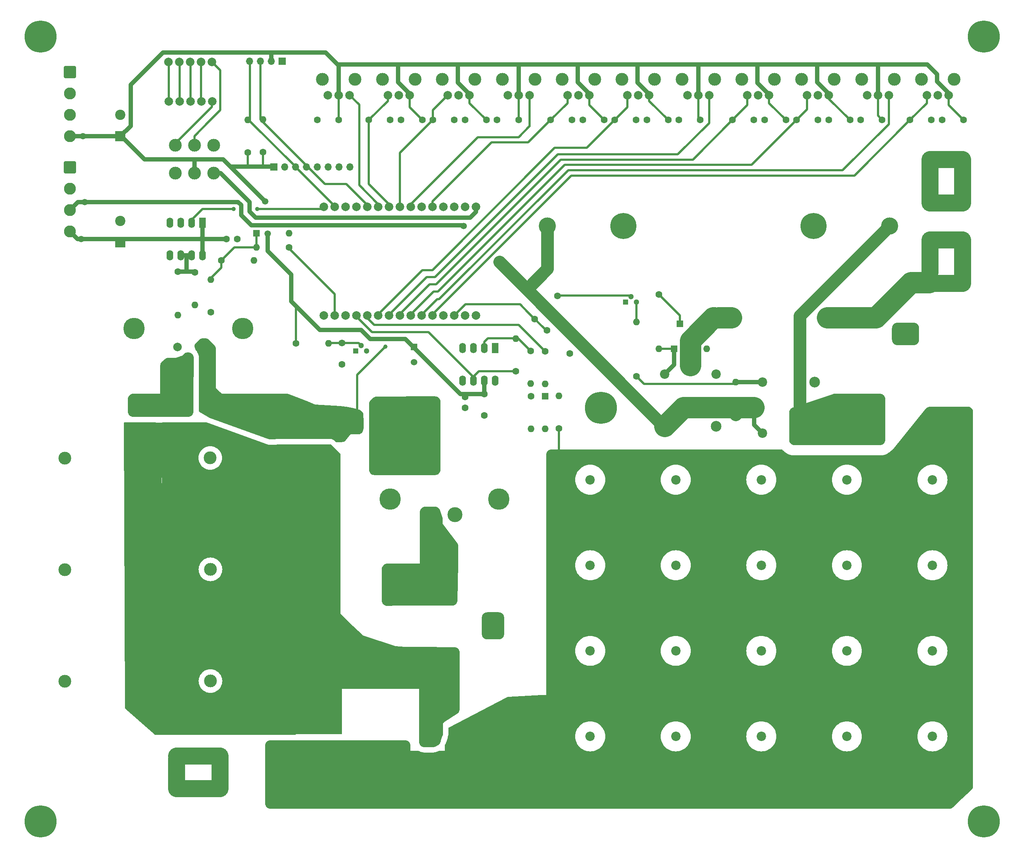
<source format=gbr>
%TF.GenerationSoftware,KiCad,Pcbnew,8.0.8*%
%TF.CreationDate,2025-05-01T12:20:28+01:00*%
%TF.ProjectId,HVPSController,48565053-436f-46e7-9472-6f6c6c65722e,rev?*%
%TF.SameCoordinates,Original*%
%TF.FileFunction,Copper,L1,Top*%
%TF.FilePolarity,Positive*%
%FSLAX46Y46*%
G04 Gerber Fmt 4.6, Leading zero omitted, Abs format (unit mm)*
G04 Created by KiCad (PCBNEW 8.0.8) date 2025-05-01 12:20:28*
%MOMM*%
%LPD*%
G01*
G04 APERTURE LIST*
G04 Aperture macros list*
%AMRoundRect*
0 Rectangle with rounded corners*
0 $1 Rounding radius*
0 $2 $3 $4 $5 $6 $7 $8 $9 X,Y pos of 4 corners*
0 Add a 4 corners polygon primitive as box body*
4,1,4,$2,$3,$4,$5,$6,$7,$8,$9,$2,$3,0*
0 Add four circle primitives for the rounded corners*
1,1,$1+$1,$2,$3*
1,1,$1+$1,$4,$5*
1,1,$1+$1,$6,$7*
1,1,$1+$1,$8,$9*
0 Add four rect primitives between the rounded corners*
20,1,$1+$1,$2,$3,$4,$5,0*
20,1,$1+$1,$4,$5,$6,$7,0*
20,1,$1+$1,$6,$7,$8,$9,0*
20,1,$1+$1,$8,$9,$2,$3,0*%
%AMHorizOval*
0 Thick line with rounded ends*
0 $1 width*
0 $2 $3 position (X,Y) of the first rounded end (center of the circle)*
0 $4 $5 position (X,Y) of the second rounded end (center of the circle)*
0 Add line between two ends*
20,1,$1,$2,$3,$4,$5,0*
0 Add two circle primitives to create the rounded ends*
1,1,$1,$2,$3*
1,1,$1,$4,$5*%
G04 Aperture macros list end*
%TA.AperFunction,ComponentPad*%
%ADD10R,1.524000X1.524000*%
%TD*%
%TA.AperFunction,ComponentPad*%
%ADD11C,1.524000*%
%TD*%
%TA.AperFunction,ComponentPad*%
%ADD12R,2.400000X2.400000*%
%TD*%
%TA.AperFunction,ComponentPad*%
%ADD13C,2.400000*%
%TD*%
%TA.AperFunction,ComponentPad*%
%ADD14R,1.700000X1.700000*%
%TD*%
%TA.AperFunction,ComponentPad*%
%ADD15O,1.700000X1.700000*%
%TD*%
%TA.AperFunction,WasherPad*%
%ADD16C,3.000000*%
%TD*%
%TA.AperFunction,ComponentPad*%
%ADD17C,2.000000*%
%TD*%
%TA.AperFunction,ComponentPad*%
%ADD18C,3.000000*%
%TD*%
%TA.AperFunction,ComponentPad*%
%ADD19C,1.600000*%
%TD*%
%TA.AperFunction,ComponentPad*%
%ADD20O,1.600000X1.600000*%
%TD*%
%TA.AperFunction,ComponentPad*%
%ADD21R,2.200000X2.200000*%
%TD*%
%TA.AperFunction,ComponentPad*%
%ADD22C,2.200000*%
%TD*%
%TA.AperFunction,ComponentPad*%
%ADD23C,7.500000*%
%TD*%
%TA.AperFunction,ComponentPad*%
%ADD24C,5.000000*%
%TD*%
%TA.AperFunction,ComponentPad*%
%ADD25C,2.500000*%
%TD*%
%TA.AperFunction,ComponentPad*%
%ADD26RoundRect,0.250001X-1.149999X1.149999X-1.149999X-1.149999X1.149999X-1.149999X1.149999X1.149999X0*%
%TD*%
%TA.AperFunction,ComponentPad*%
%ADD27C,2.800000*%
%TD*%
%TA.AperFunction,ComponentPad*%
%ADD28R,1.600000X1.600000*%
%TD*%
%TA.AperFunction,ComponentPad*%
%ADD29C,3.500000*%
%TD*%
%TA.AperFunction,SMDPad,CuDef*%
%ADD30RoundRect,1.332500X-1.662500X1.332500X-1.662500X-1.332500X1.662500X-1.332500X1.662500X1.332500X0*%
%TD*%
%TA.AperFunction,SMDPad,CuDef*%
%ADD31RoundRect,1.320000X-1.320000X1.855000X-1.320000X-1.855000X1.320000X-1.855000X1.320000X1.855000X0*%
%TD*%
%TA.AperFunction,ComponentPad*%
%ADD32R,1.300000X1.300000*%
%TD*%
%TA.AperFunction,ComponentPad*%
%ADD33C,1.300000*%
%TD*%
%TA.AperFunction,ComponentPad*%
%ADD34C,4.000000*%
%TD*%
%TA.AperFunction,ComponentPad*%
%ADD35C,6.100000*%
%TD*%
%TA.AperFunction,ComponentPad*%
%ADD36R,1.600000X2.400000*%
%TD*%
%TA.AperFunction,ComponentPad*%
%ADD37O,1.600000X2.400000*%
%TD*%
%TA.AperFunction,SMDPad,CuDef*%
%ADD38RoundRect,0.762500X0.762500X-1.077500X0.762500X1.077500X-0.762500X1.077500X-0.762500X-1.077500X0*%
%TD*%
%TA.AperFunction,ComponentPad*%
%ADD39HorizOval,1.600000X0.000000X0.000000X0.000000X0.000000X0*%
%TD*%
%TA.AperFunction,ComponentPad*%
%ADD40HorizOval,1.600000X0.000000X0.000000X0.000000X0.000000X0*%
%TD*%
%TA.AperFunction,SMDPad,CuDef*%
%ADD41RoundRect,1.332500X-1.332500X-1.662500X1.332500X-1.662500X1.332500X1.662500X-1.332500X1.662500X0*%
%TD*%
%TA.AperFunction,SMDPad,CuDef*%
%ADD42RoundRect,1.320000X-1.855000X-1.320000X1.855000X-1.320000X1.855000X1.320000X-1.855000X1.320000X0*%
%TD*%
%TA.AperFunction,ViaPad*%
%ADD43C,1.500000*%
%TD*%
%TA.AperFunction,ViaPad*%
%ADD44C,1.200000*%
%TD*%
%TA.AperFunction,ViaPad*%
%ADD45C,1.000000*%
%TD*%
%TA.AperFunction,Conductor*%
%ADD46C,0.500000*%
%TD*%
%TA.AperFunction,Conductor*%
%ADD47C,1.000000*%
%TD*%
%TA.AperFunction,Conductor*%
%ADD48C,4.000000*%
%TD*%
%TA.AperFunction,Conductor*%
%ADD49C,0.200000*%
%TD*%
%TA.AperFunction,Conductor*%
%ADD50C,3.000000*%
%TD*%
%TA.AperFunction,Conductor*%
%ADD51C,5.000000*%
%TD*%
%TA.AperFunction,Conductor*%
%ADD52C,2.000000*%
%TD*%
%TA.AperFunction,Conductor*%
%ADD53C,2.500000*%
%TD*%
G04 APERTURE END LIST*
D10*
%TO.P,C25,1*%
%TO.N,+3V3*%
X116800000Y-120100000D03*
D11*
%TO.P,C25,2*%
%TO.N,Earth*%
X116800000Y-123600000D03*
%TD*%
D12*
%TO.P,C3,1*%
%TO.N,+10V*%
X48200000Y-95600000D03*
D13*
%TO.P,C3,2*%
%TO.N,Earth*%
X48200000Y-90600000D03*
%TD*%
D12*
%TO.P,C2,1*%
%TO.N,+3V3*%
X48200000Y-70800000D03*
D13*
%TO.P,C2,2*%
%TO.N,Earth*%
X48200000Y-65800000D03*
%TD*%
D14*
%TO.P,J1,1,Pin_1*%
%TO.N,Earth*%
X86000000Y-53250000D03*
D15*
%TO.P,J1,2,Pin_2*%
%TO.N,+3V3*%
X83460000Y-53250000D03*
%TO.P,J1,3,Pin_3*%
%TO.N,Net-(J1-Pin_3)*%
X80920000Y-53250000D03*
%TO.P,J1,4,Pin_4*%
%TO.N,Net-(J1-Pin_4)*%
X78380000Y-53250000D03*
%TD*%
D16*
%TO.P,OT1,*%
%TO.N,*%
X103060000Y-57500000D03*
X95440000Y-57500000D03*
D17*
%TO.P,OT1,1,GND*%
%TO.N,Earth*%
X96710000Y-61250000D03*
%TO.P,OT1,2,Vcc*%
%TO.N,+3V3*%
X99250000Y-61250000D03*
%TO.P,OT1,3,Vin*%
%TO.N,Net-(OT1-Vin)*%
X101790000Y-61250000D03*
%TD*%
D16*
%TO.P,OR2,*%
%TO.N,*%
X131060000Y-57500000D03*
X123440000Y-57500000D03*
D17*
%TO.P,OR2,1,Vout*%
%TO.N,Net-(OR2-Vout)*%
X124710000Y-61250000D03*
%TO.P,OR2,2,GND*%
%TO.N,Earth*%
X127250000Y-61250000D03*
%TO.P,OR2,3,Vcc*%
%TO.N,+3V3*%
X129790000Y-61250000D03*
%TD*%
D18*
%TO.P,C51,1*%
%TO.N,Net-(D1-A)*%
X96737436Y-172050000D03*
%TO.P,C51,2*%
%TO.N,Net-(J4-Pin_1)*%
X69237436Y-172050000D03*
%TD*%
D19*
%TO.P,R17,1*%
%TO.N,Net-(D6-K)*%
X174100000Y-107750000D03*
D20*
%TO.P,R17,2*%
%TO.N,Net-(D5-K)*%
X174100000Y-120450000D03*
%TD*%
D21*
%TO.P,C23,1*%
%TO.N,Net-(D1-K)*%
X218000000Y-158600000D03*
D22*
%TO.P,C23,2*%
%TO.N,Earth*%
X218000000Y-151100000D03*
%TD*%
D16*
%TO.P,OR7,*%
%TO.N,*%
X243060000Y-57500000D03*
X235440000Y-57500000D03*
D17*
%TO.P,OR7,1,Vout*%
%TO.N,Net-(OR7-Vout)*%
X236710000Y-61250000D03*
%TO.P,OR7,2,GND*%
%TO.N,Earth*%
X239250000Y-61250000D03*
%TO.P,OR7,3,Vcc*%
%TO.N,+3V3*%
X241790000Y-61250000D03*
%TD*%
D21*
%TO.P,C43,1*%
%TO.N,Net-(D1-K)*%
X218000000Y-218600000D03*
D22*
%TO.P,C43,2*%
%TO.N,Earth*%
X218000000Y-211100000D03*
%TD*%
D19*
%TO.P,R11,1*%
%TO.N,Net-(U2-VOUT)*%
X140600000Y-125710000D03*
D20*
%TO.P,R11,2*%
%TO.N,Net-(U2-VIN-)*%
X140600000Y-118090000D03*
%TD*%
D23*
%TO.P,J15,1,Pin_1*%
%TO.N,Earth*%
X160500000Y-134300000D03*
%TD*%
D18*
%TO.P,S1,1*%
%TO.N,Net-(J9-Pin_1)*%
X61000000Y-72900000D03*
%TO.P,S1,2*%
%TO.N,Net-(J10-Pin_1)*%
X65500000Y-72900000D03*
%TO.P,S1,3*%
%TO.N,unconnected-(S1-Pad3)*%
X70000000Y-72900000D03*
%TO.P,S1,4*%
%TO.N,unconnected-(S1-Pad4)*%
X61000000Y-79400000D03*
%TO.P,S1,5*%
%TO.N,+3V3*%
X65500000Y-79400000D03*
%TO.P,S1,6*%
%TO.N,Net-(X1-3V3)*%
X70000000Y-79400000D03*
%TD*%
D17*
%TO.P,U4,1,G*%
%TO.N,Net-(U4-G)*%
X61500000Y-120100000D03*
%TO.P,U4,2,D*%
%TO.N,Net-(J4-Pin_1)*%
X64040000Y-122600000D03*
%TO.P,U4,3,S*%
%TO.N,Net-(U2-VIN+)*%
X66580000Y-120100000D03*
%TD*%
D19*
%TO.P,R15,1*%
%TO.N,+3V3*%
X89180000Y-119200000D03*
D20*
%TO.P,R15,2*%
%TO.N,Net-(U3-Cathode)*%
X96800000Y-119200000D03*
%TD*%
D24*
%TO.P,H2,1,Pin_1*%
%TO.N,Net-(D1-K)*%
X136600000Y-215000000D03*
X111200000Y-215000000D03*
%TD*%
D16*
%TO.P,OR4,*%
%TO.N,*%
X173060000Y-57500000D03*
X165440000Y-57500000D03*
D17*
%TO.P,OR4,1,Vout*%
%TO.N,Net-(OR4-Vout)*%
X166710000Y-61250000D03*
%TO.P,OR4,2,GND*%
%TO.N,Earth*%
X169250000Y-61250000D03*
%TO.P,OR4,3,Vcc*%
%TO.N,+3V3*%
X171790000Y-61250000D03*
%TD*%
D19*
%TO.P,C6,1*%
%TO.N,Net-(OR1-Vout)*%
X106250000Y-67000000D03*
%TO.P,C6,2*%
%TO.N,Earth*%
X111250000Y-67000000D03*
%TD*%
D21*
%TO.P,C29,1*%
%TO.N,Net-(D1-K)*%
X238000000Y-158600000D03*
D22*
%TO.P,C29,2*%
%TO.N,Earth*%
X238000000Y-151100000D03*
%TD*%
D25*
%TO.P,J3,1,Pin_1*%
%TO.N,Net-(D1-K)*%
X84670000Y-215690000D03*
X84670000Y-223310000D03*
X87210000Y-215690000D03*
X87210000Y-223310000D03*
X89750000Y-215690000D03*
X89750000Y-223310000D03*
X92290000Y-215690000D03*
X92290000Y-223310000D03*
X94830000Y-215690000D03*
X94830000Y-223310000D03*
%TD*%
D21*
%TO.P,C44,1*%
%TO.N,Net-(D1-K)*%
X238000000Y-218600000D03*
D22*
%TO.P,C44,2*%
%TO.N,Earth*%
X238000000Y-211100000D03*
%TD*%
D21*
%TO.P,C31,1*%
%TO.N,Net-(D1-K)*%
X178000000Y-198600000D03*
D22*
%TO.P,C31,2*%
%TO.N,Earth*%
X178000000Y-191100000D03*
%TD*%
D19*
%TO.P,R8,1*%
%TO.N,Net-(D3-Pad1)*%
X144200000Y-131590000D03*
D20*
%TO.P,R8,2*%
%TO.N,Earth*%
X144200000Y-139210000D03*
%TD*%
D26*
%TO.P,J7,1,Pin_1*%
%TO.N,Earth*%
X36400000Y-55800000D03*
D27*
%TO.P,J7,2,Pin_2*%
X36400000Y-60800000D03*
%TO.P,J7,3,Pin_3*%
%TO.N,Net-(D4-K)*%
X36400000Y-65800000D03*
%TO.P,J7,4,Pin_4*%
%TO.N,+3V3*%
X36400000Y-70800000D03*
%TD*%
D19*
%TO.P,C1,1*%
%TO.N,Earth*%
X75540000Y-94800000D03*
%TO.P,C1,2*%
%TO.N,+10V*%
X73000000Y-94800000D03*
%TD*%
%TO.P,C8,1*%
%TO.N,+3V3*%
X133750000Y-67000000D03*
%TO.P,C8,2*%
%TO.N,Earth*%
X128750000Y-67000000D03*
%TD*%
D18*
%TO.P,F1,1*%
%TO.N,Net-(J5-Pin_1)*%
X213460000Y-113200000D03*
%TO.P,F1,2*%
%TO.N,Net-(D6-A)*%
X191000000Y-113200000D03*
%TD*%
D19*
%TO.P,C16,1*%
%TO.N,+3V3*%
X203750000Y-67000000D03*
%TO.P,C16,2*%
%TO.N,Earth*%
X198750000Y-67000000D03*
%TD*%
D25*
%TO.P,J5,1,Pin_1*%
%TO.N,Net-(J5-Pin_1)*%
X237380000Y-105120000D03*
X245000000Y-105120000D03*
X237380000Y-102580000D03*
X245000000Y-102580000D03*
X237380000Y-100040000D03*
X245000000Y-100040000D03*
X237380000Y-97500000D03*
X245000000Y-97500000D03*
X237380000Y-94960000D03*
X245000000Y-94960000D03*
%TD*%
D19*
%TO.P,R7,1*%
%TO.N,Net-(D1-K)*%
X150700000Y-139110000D03*
D20*
%TO.P,R7,2*%
%TO.N,Net-(D3-Pad1)*%
X150700000Y-131490000D03*
%TD*%
D21*
%TO.P,C34,1*%
%TO.N,Net-(D1-K)*%
X238000000Y-198600000D03*
D22*
%TO.P,C34,2*%
%TO.N,Earth*%
X238000000Y-191100000D03*
%TD*%
D19*
%TO.P,C19,1*%
%TO.N,+3V3*%
X133215000Y-131100000D03*
%TO.P,C19,2*%
%TO.N,Earth*%
X133215000Y-136100000D03*
%TD*%
%TO.P,C45,1*%
%TO.N,Net-(OR7-Vout)*%
X232750000Y-67000000D03*
%TO.P,C45,2*%
%TO.N,Earth*%
X237750000Y-67000000D03*
%TD*%
%TO.P,C17,1*%
%TO.N,Net-(OR6-Vout)*%
X206250000Y-67000000D03*
%TO.P,C17,2*%
%TO.N,Earth*%
X211250000Y-67000000D03*
%TD*%
D21*
%TO.P,C20,1*%
%TO.N,Net-(D1-K)*%
X158000000Y-158600000D03*
D22*
%TO.P,C20,2*%
%TO.N,Earth*%
X158000000Y-151100000D03*
%TD*%
D19*
%TO.P,R1,1*%
%TO.N,Net-(R1-Pad1)*%
X61600000Y-102420000D03*
D20*
%TO.P,R1,2*%
%TO.N,Net-(U4-G)*%
X61600000Y-112580000D03*
%TD*%
D21*
%TO.P,C30,1*%
%TO.N,Net-(D1-K)*%
X158000000Y-198600000D03*
D22*
%TO.P,C30,2*%
%TO.N,Earth*%
X158000000Y-191100000D03*
%TD*%
D28*
%TO.P,D6,1,K*%
%TO.N,Net-(D6-K)*%
X178980000Y-114600000D03*
D20*
%TO.P,D6,2,A*%
%TO.N,Net-(D6-A)*%
X186600000Y-114600000D03*
%TD*%
D21*
%TO.P,C37,1*%
%TO.N,Net-(D1-K)*%
X198000000Y-178600000D03*
D22*
%TO.P,C37,2*%
%TO.N,Earth*%
X198000000Y-171100000D03*
%TD*%
%TO.P,U7,1*%
%TO.N,Earth*%
X187400000Y-126400000D03*
D25*
%TO.P,U7,2*%
%TO.N,Net-(D6-A)*%
X181400000Y-124400000D03*
D22*
%TO.P,U7,3*%
%TO.N,Net-(D5-K)*%
X175400000Y-126400000D03*
D25*
%TO.P,U7,4*%
%TO.N,Net-(D4-K)*%
X175400000Y-138600000D03*
%TO.P,U7,5*%
%TO.N,unconnected-(U7-Pad5)*%
X187400000Y-138600000D03*
%TD*%
D21*
%TO.P,C41,1*%
%TO.N,Net-(D1-K)*%
X178000000Y-218600000D03*
D22*
%TO.P,C41,2*%
%TO.N,Earth*%
X178000000Y-211100000D03*
%TD*%
D23*
%TO.P,J12,1,Pin_1*%
%TO.N,Earth*%
X29500000Y-231000000D03*
%TD*%
D29*
%TO.P,D8,1,K*%
%TO.N,Net-(D8-K)*%
X121400000Y-159300000D03*
%TO.P,D8,2,A*%
%TO.N,Earth*%
X126400000Y-159300000D03*
%TD*%
D30*
%TO.P,L2,1,1*%
%TO.N,Net-(D8-K)*%
X113250000Y-177450000D03*
%TO.P,L2,2,2*%
%TO.N,Net-(D1-A)*%
X113250000Y-192950000D03*
D31*
%TO.P,L2,3*%
%TO.N,N/C*%
X135250000Y-185250000D03*
%TD*%
D32*
%TO.P,U3,1,NC*%
%TO.N,unconnected-(U3-NC-Pad1)*%
X103220000Y-120960000D03*
D33*
%TO.P,U3,2,Cathode*%
%TO.N,Net-(U3-Cathode)*%
X104490000Y-119690000D03*
%TO.P,U3,3,Anode*%
%TO.N,Earth*%
X105760000Y-120960000D03*
%TD*%
D19*
%TO.P,C11,1*%
%TO.N,+3V3*%
X161250000Y-67000000D03*
%TO.P,C11,2*%
%TO.N,Earth*%
X156250000Y-67000000D03*
%TD*%
D25*
%TO.P,J6,1,Pin_1*%
%TO.N,Earth*%
X237380000Y-86370000D03*
X245000000Y-86370000D03*
X237380000Y-83830000D03*
X245000000Y-83830000D03*
X237380000Y-81290000D03*
X245000000Y-81290000D03*
X237380000Y-78750000D03*
X245000000Y-78750000D03*
X237380000Y-76210000D03*
X245000000Y-76210000D03*
%TD*%
D21*
%TO.P,C36,1*%
%TO.N,Net-(D1-K)*%
X178000000Y-178600000D03*
D22*
%TO.P,C36,2*%
%TO.N,Earth*%
X178000000Y-171100000D03*
%TD*%
D28*
%TO.P,D5,1,K*%
%TO.N,Net-(D5-K)*%
X177590000Y-120500000D03*
D20*
%TO.P,D5,2,A*%
%TO.N,Earth*%
X185210000Y-120500000D03*
%TD*%
D14*
%TO.P,J2,1,Pin_1*%
%TO.N,+3V3*%
X84025000Y-77950000D03*
D15*
%TO.P,J2,2,Pin_2*%
%TO.N,Earth*%
X86565000Y-77950000D03*
%TO.P,J2,3,Pin_3*%
%TO.N,Net-(J1-Pin_4)*%
X89105000Y-77950000D03*
%TO.P,J2,4,Pin_4*%
%TO.N,Net-(J1-Pin_3)*%
X91645000Y-77950000D03*
%TO.P,J2,5,Pin_5*%
%TO.N,unconnected-(J2-Pin_5-Pad5)*%
X94185000Y-77950000D03*
%TO.P,J2,6,Pin_6*%
%TO.N,unconnected-(J2-Pin_6-Pad6)*%
X96725000Y-77950000D03*
%TO.P,J2,7,Pin_7*%
%TO.N,unconnected-(J2-Pin_7-Pad7)*%
X99265000Y-77950000D03*
%TO.P,J2,8,Pin_8*%
%TO.N,unconnected-(J2-Pin_8-Pad8)*%
X101805000Y-77950000D03*
%TD*%
D19*
%TO.P,C27,1*%
%TO.N,+3V3*%
X226250000Y-67000000D03*
%TO.P,C27,2*%
%TO.N,Earth*%
X221250000Y-67000000D03*
%TD*%
D23*
%TO.P,J11,1,Pin_1*%
%TO.N,Earth*%
X29500000Y-47500000D03*
%TD*%
D16*
%TO.P,OR6,*%
%TO.N,*%
X215060000Y-57500000D03*
X207440000Y-57500000D03*
D17*
%TO.P,OR6,1,Vout*%
%TO.N,Net-(OR6-Vout)*%
X208710000Y-61250000D03*
%TO.P,OR6,2,GND*%
%TO.N,Earth*%
X211250000Y-61250000D03*
%TO.P,OR6,3,Vcc*%
%TO.N,+3V3*%
X213790000Y-61250000D03*
%TD*%
D19*
%TO.P,C5,1*%
%TO.N,+3V3*%
X118750000Y-67000000D03*
%TO.P,C5,2*%
%TO.N,Earth*%
X113750000Y-67000000D03*
%TD*%
D18*
%TO.P,C50,1*%
%TO.N,Net-(D1-A)*%
X96737436Y-198150000D03*
%TO.P,C50,2*%
%TO.N,Net-(J4-Pin_1)*%
X69237436Y-198150000D03*
%TD*%
D23*
%TO.P,J13,1,Pin_1*%
%TO.N,Earth*%
X250000000Y-231000000D03*
%TD*%
D21*
%TO.P,C32,1*%
%TO.N,Net-(D1-K)*%
X198000000Y-198600000D03*
D22*
%TO.P,C32,2*%
%TO.N,Earth*%
X198000000Y-191100000D03*
%TD*%
D16*
%TO.P,OT2,*%
%TO.N,*%
X145060000Y-57500000D03*
X137440000Y-57500000D03*
D17*
%TO.P,OT2,1,GND*%
%TO.N,Earth*%
X138710000Y-61250000D03*
%TO.P,OT2,2,Vcc*%
%TO.N,+3V3*%
X141250000Y-61250000D03*
%TO.P,OT2,3,Vin*%
%TO.N,Net-(OT2-Vin)*%
X143790000Y-61250000D03*
%TD*%
D21*
%TO.P,C35,1*%
%TO.N,Net-(D1-K)*%
X158000000Y-178600000D03*
D22*
%TO.P,C35,2*%
%TO.N,Earth*%
X158000000Y-171100000D03*
%TD*%
D20*
%TO.P,R3,2*%
%TO.N,Earth*%
X79410000Y-99800000D03*
D19*
%TO.P,R3,1*%
%TO.N,Net-(D2-Pad1)*%
X71790000Y-99800000D03*
%TD*%
D21*
%TO.P,C21,1*%
%TO.N,Net-(D1-K)*%
X178000000Y-158600000D03*
D22*
%TO.P,C21,2*%
%TO.N,Earth*%
X178000000Y-151100000D03*
%TD*%
D18*
%TO.P,C49,1*%
%TO.N,Net-(D1-A)*%
X62737436Y-198250000D03*
%TO.P,C49,2*%
%TO.N,Net-(J4-Pin_1)*%
X35237436Y-198250000D03*
%TD*%
D34*
%TO.P,R4,1*%
%TO.N,Net-(D4-K)*%
X148000000Y-91750000D03*
%TO.P,R4,2*%
%TO.N,Net-(L1-Pad1)*%
X228000000Y-91750000D03*
D35*
%TO.P,R4,3,C1*%
%TO.N,Earth*%
X210250000Y-91750000D03*
%TO.P,R4,4,C2*%
X165750000Y-91750000D03*
%TD*%
D19*
%TO.P,C9,1*%
%TO.N,+3V3*%
X141250000Y-67000000D03*
%TO.P,C9,2*%
%TO.N,Earth*%
X136250000Y-67000000D03*
%TD*%
D21*
%TO.P,C39,1*%
%TO.N,Net-(D1-K)*%
X238000000Y-178600000D03*
D22*
%TO.P,C39,2*%
%TO.N,Earth*%
X238000000Y-171100000D03*
%TD*%
D29*
%TO.P,D1,1,K*%
%TO.N,Net-(D1-K)*%
X126400000Y-211675000D03*
%TO.P,D1,2,A*%
%TO.N,Net-(D1-A)*%
X121400000Y-211675000D03*
%TD*%
D17*
%TO.P,J9,5,Pin_5*%
%TO.N,Net-(J10-Pin_5)*%
X59480000Y-62650000D03*
%TO.P,J9,4,Pin_4*%
%TO.N,Net-(J10-Pin_4)*%
X62020000Y-62650000D03*
%TO.P,J9,3,Pin_3*%
%TO.N,Net-(J10-Pin_3)*%
X64560000Y-62650000D03*
%TO.P,J9,2,Pin_2*%
%TO.N,Net-(J10-Pin_2)*%
X67100000Y-62650000D03*
%TO.P,J9,1,Pin_1*%
%TO.N,Net-(J9-Pin_1)*%
X69640000Y-62650000D03*
%TD*%
D21*
%TO.P,C38,1*%
%TO.N,Net-(D1-K)*%
X218000000Y-178600000D03*
D22*
%TO.P,C38,2*%
%TO.N,Earth*%
X218000000Y-171100000D03*
%TD*%
D32*
%TO.P,U5,1,S*%
%TO.N,Earth*%
X166230000Y-109560000D03*
D33*
%TO.P,U5,2,G*%
%TO.N,Net-(U5-G)*%
X167500000Y-108290000D03*
%TO.P,U5,3,D*%
%TO.N,Net-(U5-D)*%
X168770000Y-109560000D03*
%TD*%
D18*
%TO.P,C47,1*%
%TO.N,Net-(D1-A)*%
X62737436Y-146050000D03*
%TO.P,C47,2*%
%TO.N,Net-(J4-Pin_1)*%
X35237436Y-146050000D03*
%TD*%
D19*
%TO.P,R10,1*%
%TO.N,Net-(U2-VIN-)*%
X144100000Y-120990000D03*
D20*
%TO.P,R10,2*%
%TO.N,Earth*%
X144100000Y-128610000D03*
%TD*%
D17*
%TO.P,X1,1,EN*%
%TO.N,unconnected-(X1-EN-Pad1)*%
X95750000Y-112700000D03*
%TO.P,X1,2,VP_a1i*%
%TO.N,Net-(X1-VP_a1i)*%
X98290000Y-112700000D03*
%TO.P,X1,3,VN_a1i*%
%TO.N,Net-(U3-Cathode)*%
X100830000Y-112700000D03*
%TO.P,X1,4,D34_a1i*%
%TO.N,Net-(U2-VOUT)*%
X103370000Y-112700000D03*
%TO.P,X1,5,D35_a1i*%
%TO.N,Net-(X1-D35_a1i)*%
X105910000Y-112700000D03*
%TO.P,X1,6,D32_a1io*%
%TO.N,Net-(OR4-Vout)*%
X108450000Y-112700000D03*
%TO.P,X1,7,D33_a1io*%
%TO.N,Net-(OT3-Vin)*%
X110990000Y-112700000D03*
%TO.P,X1,8,D25_a2io*%
%TO.N,Net-(OR5-Vout)*%
X113530000Y-112700000D03*
%TO.P,X1,9,D26_a2io*%
%TO.N,Net-(OR6-Vout)*%
X116070000Y-112700000D03*
%TO.P,X1,10,D27_a2io*%
%TO.N,Net-(OT4-Vin)*%
X118610000Y-112700000D03*
%TO.P,X1,11,D14_a2io*%
%TO.N,Net-(OR7-Vout)*%
X121150000Y-112700000D03*
%TO.P,X1,12,D12_x*%
%TO.N,unconnected-(X1-D12_x-Pad12)*%
X123690000Y-112700000D03*
%TO.P,X1,13,D13_a2io*%
%TO.N,Net-(X1-D13_a2io)*%
X126230000Y-112700000D03*
%TO.P,X1,14,GND*%
%TO.N,Earth*%
X128770000Y-112700000D03*
%TO.P,X1,15,VIN*%
%TO.N,unconnected-(X1-VIN-Pad15)*%
X131310000Y-112700000D03*
%TO.P,X1,16,3V3*%
%TO.N,Net-(X1-3V3)*%
X131310000Y-87300000D03*
%TO.P,X1,17,GND*%
%TO.N,Earth*%
X128770000Y-87300000D03*
%TO.P,X1,18,D15_x*%
%TO.N,unconnected-(X1-D15_x-Pad18)*%
X126230000Y-87300000D03*
%TO.P,X1,19,D2_x*%
%TO.N,unconnected-(X1-D2_x-Pad19)*%
X123690000Y-87300000D03*
%TO.P,X1,20,D4_a2io*%
%TO.N,Net-(OR3-Vout)*%
X121150000Y-87300000D03*
%TO.P,X1,21,RX2_io!*%
%TO.N,unconnected-(X1-RX2_io!-Pad21)*%
X118610000Y-87300000D03*
%TO.P,X1,22,TX2_io*%
%TO.N,Net-(OT2-Vin)*%
X116070000Y-87300000D03*
%TO.P,X1,23,D5_a2io*%
%TO.N,Net-(OR2-Vout)*%
X113530000Y-87300000D03*
%TO.P,X1,24,D18_io*%
%TO.N,Net-(OR1-Vout)*%
X110990000Y-87300000D03*
%TO.P,X1,25,D19_io*%
%TO.N,Net-(OT1-Vin)*%
X108450000Y-87300000D03*
%TO.P,X1,26,D21_io*%
%TO.N,Net-(J1-Pin_3)*%
X105910000Y-87300000D03*
%TO.P,X1,27,RX0_x*%
%TO.N,unconnected-(X1-RX0_x-Pad27)*%
X103370000Y-87300000D03*
%TO.P,X1,28,TX0_x*%
%TO.N,unconnected-(X1-TX0_x-Pad28)*%
X100830000Y-87300000D03*
%TO.P,X1,29,D22_io*%
%TO.N,Net-(J1-Pin_4)*%
X98290000Y-87300000D03*
%TO.P,X1,30,D23_io*%
%TO.N,Net-(U1-IN)*%
X95750000Y-87300000D03*
%TD*%
%TO.P,J10,1,Pin_1*%
%TO.N,Net-(J10-Pin_1)*%
X69560000Y-53400000D03*
%TO.P,J10,2,Pin_2*%
%TO.N,Net-(J10-Pin_2)*%
X67020000Y-53400000D03*
%TO.P,J10,3,Pin_3*%
%TO.N,Net-(J10-Pin_3)*%
X64480000Y-53400000D03*
%TO.P,J10,4,Pin_4*%
%TO.N,Net-(J10-Pin_4)*%
X61940000Y-53400000D03*
%TO.P,J10,5,Pin_5*%
%TO.N,Net-(J10-Pin_5)*%
X59400000Y-53400000D03*
%TD*%
D19*
%TO.P,R5,1*%
%TO.N,Net-(D4-A)*%
X168800000Y-126900000D03*
D20*
%TO.P,R5,2*%
%TO.N,Net-(U5-D)*%
X168800000Y-114200000D03*
%TD*%
D21*
%TO.P,C22,1*%
%TO.N,Net-(D1-K)*%
X198000000Y-158600000D03*
D22*
%TO.P,C22,2*%
%TO.N,Earth*%
X198000000Y-151100000D03*
%TD*%
D21*
%TO.P,C40,1*%
%TO.N,Net-(D1-K)*%
X158000000Y-218600000D03*
D22*
%TO.P,C40,2*%
%TO.N,Earth*%
X158000000Y-211100000D03*
%TD*%
D36*
%TO.P,U2,1,NC*%
%TO.N,unconnected-(U2-NC-Pad1)*%
X135780000Y-120280000D03*
D37*
%TO.P,U2,2,VIN-*%
%TO.N,Net-(U2-VIN-)*%
X133240000Y-120280000D03*
%TO.P,U2,3,VIN+*%
%TO.N,Net-(U2-VIN+)*%
X130700000Y-120280000D03*
%TO.P,U2,4,VSS*%
%TO.N,Earth*%
X128160000Y-120280000D03*
%TO.P,U2,5,NC*%
%TO.N,unconnected-(U2-NC-Pad5)*%
X128160000Y-127900000D03*
%TO.P,U2,6,VOUT*%
%TO.N,Net-(U2-VOUT)*%
X130700000Y-127900000D03*
%TO.P,U2,7,VDD*%
%TO.N,+3V3*%
X133240000Y-127900000D03*
%TO.P,U2,8,NC*%
%TO.N,unconnected-(U2-NC-Pad8)*%
X135780000Y-127900000D03*
%TD*%
D19*
%TO.P,R19,1*%
%TO.N,+3V3*%
X78000000Y-74560000D03*
D20*
%TO.P,R19,2*%
%TO.N,Net-(J1-Pin_4)*%
X78000000Y-66940000D03*
%TD*%
D38*
%TO.P,R9,1*%
%TO.N,Net-(U2-VIN+)*%
X103500000Y-137900000D03*
%TO.P,R9,2*%
%TO.N,Earth*%
X107820000Y-137900000D03*
%TD*%
D19*
%TO.P,R16,1*%
%TO.N,Net-(X1-D13_a2io)*%
X145000000Y-113500000D03*
D39*
%TO.P,R16,2*%
%TO.N,Net-(U5-G)*%
X150388154Y-108111846D03*
%TD*%
D19*
%TO.P,R18,1*%
%TO.N,+3V3*%
X81500000Y-74500000D03*
D20*
%TO.P,R18,2*%
%TO.N,Net-(J1-Pin_3)*%
X81500000Y-66880000D03*
%TD*%
D24*
%TO.P,H1,1,Pin_1*%
%TO.N,Earth*%
X111200000Y-155600000D03*
X136600000Y-155600000D03*
%TD*%
D19*
%TO.P,C13,1*%
%TO.N,+3V3*%
X176250000Y-67000000D03*
%TO.P,C13,2*%
%TO.N,Earth*%
X171250000Y-67000000D03*
%TD*%
D16*
%TO.P,OR1,*%
%TO.N,*%
X117060000Y-57500000D03*
X109440000Y-57500000D03*
D17*
%TO.P,OR1,1,Vout*%
%TO.N,Net-(OR1-Vout)*%
X110710000Y-61250000D03*
%TO.P,OR1,2,GND*%
%TO.N,Earth*%
X113250000Y-61250000D03*
%TO.P,OR1,3,Vcc*%
%TO.N,+3V3*%
X115790000Y-61250000D03*
%TD*%
D19*
%TO.P,C4,1*%
%TO.N,+3V3*%
X99250000Y-67000000D03*
%TO.P,C4,2*%
%TO.N,Earth*%
X94250000Y-67000000D03*
%TD*%
%TO.P,R13,1*%
%TO.N,Net-(X1-VP_a1i)*%
X87610000Y-96800000D03*
D20*
%TO.P,R13,2*%
%TO.N,Net-(D2-Pad1)*%
X79990000Y-96800000D03*
%TD*%
D25*
%TO.P,J4,1,Pin_1*%
%TO.N,Net-(J4-Pin_1)*%
X61250000Y-215690000D03*
X61250000Y-223310000D03*
X63790000Y-215690000D03*
X63790000Y-223310000D03*
X66330000Y-215690000D03*
X66330000Y-223310000D03*
X68870000Y-215690000D03*
X68870000Y-223310000D03*
X71410000Y-215690000D03*
X71410000Y-223310000D03*
%TD*%
D19*
%TO.P,C7,1*%
%TO.N,Net-(OR2-Vout)*%
X121250000Y-67000000D03*
%TO.P,C7,2*%
%TO.N,Earth*%
X126250000Y-67000000D03*
%TD*%
D18*
%TO.P,C48,1*%
%TO.N,Net-(D1-A)*%
X62737436Y-172150000D03*
%TO.P,C48,2*%
%TO.N,Net-(J4-Pin_1)*%
X35237436Y-172150000D03*
%TD*%
D19*
%TO.P,R2,1*%
%TO.N,Net-(J4-Pin_1)*%
X69300000Y-111910000D03*
D20*
%TO.P,R2,2*%
%TO.N,Net-(D2-Pad1)*%
X69300000Y-104290000D03*
%TD*%
D36*
%TO.P,U1,1,VDD*%
%TO.N,+10V*%
X67410000Y-91000000D03*
D37*
%TO.P,U1,2,IN*%
%TO.N,Net-(U1-IN)*%
X64870000Y-91000000D03*
%TO.P,U1,3,NC*%
%TO.N,unconnected-(U1-NC-Pad3)*%
X62330000Y-91000000D03*
%TO.P,U1,4,GND*%
%TO.N,Earth*%
X59790000Y-91000000D03*
%TO.P,U1,5,GND*%
X59790000Y-98620000D03*
%TO.P,U1,6,OUT*%
%TO.N,Net-(R1-Pad1)*%
X62330000Y-98620000D03*
%TO.P,U1,7,OUT*%
X64870000Y-98620000D03*
%TO.P,U1,8,VDD*%
%TO.N,+10V*%
X67410000Y-98620000D03*
%TD*%
D19*
%TO.P,C24,1*%
%TO.N,Net-(U3-Cathode)*%
X99990000Y-119100000D03*
%TO.P,C24,2*%
%TO.N,Earth*%
X99990000Y-124100000D03*
%TD*%
%TO.P,C15,1*%
%TO.N,Net-(OR5-Vout)*%
X191250000Y-67000000D03*
%TO.P,C15,2*%
%TO.N,Earth*%
X196250000Y-67000000D03*
%TD*%
%TO.P,R6,1*%
%TO.N,Net-(X1-D13_a2io)*%
X147880000Y-116190000D03*
D40*
%TO.P,R6,2*%
%TO.N,Earth*%
X153268154Y-121578154D03*
%TD*%
D19*
%TO.P,R12,1*%
%TO.N,Net-(X1-D35_a1i)*%
X147500000Y-121090000D03*
D20*
%TO.P,R12,2*%
%TO.N,Net-(D3-Pad1)*%
X147500000Y-128710000D03*
%TD*%
D19*
%TO.P,C10,1*%
%TO.N,Net-(OR3-Vout)*%
X148750000Y-67000000D03*
%TO.P,C10,2*%
%TO.N,Earth*%
X153750000Y-67000000D03*
%TD*%
D28*
%TO.P,D3,1*%
%TO.N,Net-(D3-Pad1)*%
X147500000Y-131580000D03*
D20*
%TO.P,D3,2*%
%TO.N,Earth*%
X147500000Y-139200000D03*
%TD*%
D16*
%TO.P,OT4,*%
%TO.N,*%
X229060000Y-57500000D03*
X221440000Y-57500000D03*
D17*
%TO.P,OT4,1,GND*%
%TO.N,Earth*%
X222710000Y-61250000D03*
%TO.P,OT4,2,Vcc*%
%TO.N,+3V3*%
X225250000Y-61250000D03*
%TO.P,OT4,3,Vin*%
%TO.N,Net-(OT4-Vin)*%
X227790000Y-61250000D03*
%TD*%
D18*
%TO.P,C52,1*%
%TO.N,Net-(D1-A)*%
X96687436Y-146000000D03*
%TO.P,C52,2*%
%TO.N,Net-(J4-Pin_1)*%
X69187436Y-146000000D03*
%TD*%
D19*
%TO.P,C12,1*%
%TO.N,Net-(OR4-Vout)*%
X163750000Y-67000000D03*
%TO.P,C12,2*%
%TO.N,Earth*%
X168750000Y-67000000D03*
%TD*%
D41*
%TO.P,L1,1,1*%
%TO.N,Net-(L1-Pad1)*%
X223950000Y-139000000D03*
%TO.P,L1,2,2*%
%TO.N,Net-(D1-K)*%
X239450000Y-139000000D03*
D42*
%TO.P,L1,3*%
%TO.N,N/C*%
X231750000Y-117000000D03*
%TD*%
D22*
%TO.P,U6,1*%
%TO.N,Net-(D4-A)*%
X198300000Y-128250000D03*
D25*
%TO.P,U6,2*%
%TO.N,Net-(D4-K)*%
X196300000Y-134250000D03*
D22*
%TO.P,U6,3*%
X198300000Y-140250000D03*
D25*
%TO.P,U6,4*%
%TO.N,Net-(L1-Pad1)*%
X210500000Y-140250000D03*
%TO.P,U6,5*%
%TO.N,unconnected-(U6-Pad5)*%
X210500000Y-128250000D03*
%TD*%
D19*
%TO.P,C46,1*%
%TO.N,+3V3*%
X245250000Y-67000000D03*
%TO.P,C46,2*%
%TO.N,Earth*%
X240250000Y-67000000D03*
%TD*%
D23*
%TO.P,J14,1,Pin_1*%
%TO.N,Earth*%
X250000000Y-47500000D03*
%TD*%
D16*
%TO.P,OR3,*%
%TO.N,*%
X159060000Y-57500000D03*
X151440000Y-57500000D03*
D17*
%TO.P,OR3,1,Vout*%
%TO.N,Net-(OR3-Vout)*%
X152710000Y-61250000D03*
%TO.P,OR3,2,GND*%
%TO.N,Earth*%
X155250000Y-61250000D03*
%TO.P,OR3,3,Vcc*%
%TO.N,+3V3*%
X157790000Y-61250000D03*
%TD*%
D19*
%TO.P,C28,1*%
%TO.N,+3V3*%
X128800000Y-131760000D03*
%TO.P,C28,2*%
%TO.N,Earth*%
X128800000Y-134300000D03*
%TD*%
D28*
%TO.P,D4,1,K*%
%TO.N,Net-(D4-K)*%
X192000000Y-135910000D03*
D20*
%TO.P,D4,2,A*%
%TO.N,Net-(D4-A)*%
X192000000Y-128290000D03*
%TD*%
D19*
%TO.P,R14,1*%
%TO.N,Net-(R1-Pad1)*%
X65600000Y-102590000D03*
D20*
%TO.P,R14,2*%
%TO.N,Earth*%
X65600000Y-110210000D03*
%TD*%
D19*
%TO.P,C14,1*%
%TO.N,+3V3*%
X183750000Y-67000000D03*
%TO.P,C14,2*%
%TO.N,Earth*%
X178750000Y-67000000D03*
%TD*%
D21*
%TO.P,C42,1*%
%TO.N,Net-(D1-K)*%
X198000000Y-218600000D03*
D22*
%TO.P,C42,2*%
%TO.N,Earth*%
X198000000Y-211100000D03*
%TD*%
D16*
%TO.P,OT3,*%
%TO.N,*%
X187060000Y-57500000D03*
X179440000Y-57500000D03*
D17*
%TO.P,OT3,1,GND*%
%TO.N,Earth*%
X180710000Y-61250000D03*
%TO.P,OT3,2,Vcc*%
%TO.N,+3V3*%
X183250000Y-61250000D03*
%TO.P,OT3,3,Vin*%
%TO.N,Net-(OT3-Vin)*%
X185790000Y-61250000D03*
%TD*%
D26*
%TO.P,J8,1,Pin_1*%
%TO.N,Earth*%
X36400000Y-78050000D03*
D27*
%TO.P,J8,2,Pin_2*%
X36400000Y-83050000D03*
%TO.P,J8,3,Pin_3*%
%TO.N,Net-(D4-K)*%
X36400000Y-88050000D03*
%TO.P,J8,4,Pin_4*%
%TO.N,+10V*%
X36400000Y-93050000D03*
%TD*%
D16*
%TO.P,OR5,*%
%TO.N,*%
X201060000Y-57500000D03*
X193440000Y-57500000D03*
D17*
%TO.P,OR5,1,Vout*%
%TO.N,Net-(OR5-Vout)*%
X194710000Y-61250000D03*
%TO.P,OR5,2,GND*%
%TO.N,Earth*%
X197250000Y-61250000D03*
%TO.P,OR5,3,Vcc*%
%TO.N,+3V3*%
X199790000Y-61250000D03*
%TD*%
D28*
%TO.P,D2,1*%
%TO.N,Net-(D2-Pad1)*%
X79990000Y-93500000D03*
D20*
%TO.P,D2,2*%
%TO.N,Earth*%
X87610000Y-93500000D03*
%TD*%
D24*
%TO.P,H5,1,Pin_1*%
%TO.N,Earth*%
X51340000Y-115750000D03*
X76740000Y-115750000D03*
%TD*%
D19*
%TO.P,C18,1*%
%TO.N,+3V3*%
X218750000Y-67000000D03*
%TO.P,C18,2*%
%TO.N,Earth*%
X213750000Y-67000000D03*
%TD*%
D21*
%TO.P,C33,1*%
%TO.N,Net-(D1-K)*%
X218000000Y-198600000D03*
D22*
%TO.P,C33,2*%
%TO.N,Earth*%
X218000000Y-191100000D03*
%TD*%
D43*
%TO.N,+3V3*%
X82600000Y-93600000D03*
X39400000Y-70800000D03*
X82050000Y-86050000D03*
%TO.N,Earth*%
X119000000Y-136500000D03*
X114000000Y-145500000D03*
X111500000Y-148500000D03*
X116500000Y-133500000D03*
X114000000Y-139500000D03*
X116500000Y-139500000D03*
X121500000Y-136500000D03*
X109000000Y-133500000D03*
X111500000Y-136500000D03*
X116500000Y-136500000D03*
X119000000Y-145500000D03*
X116500000Y-148500000D03*
X114000000Y-148500000D03*
X111500000Y-139500000D03*
X119000000Y-142500000D03*
X114000000Y-136500000D03*
X121500000Y-139500000D03*
X121500000Y-145500000D03*
X108500000Y-142500000D03*
X116500000Y-145500000D03*
X116500000Y-142500000D03*
X108500000Y-148500000D03*
X111500000Y-145500000D03*
X108500000Y-145500000D03*
X114000000Y-142500000D03*
X114000000Y-133500000D03*
X111500000Y-133500000D03*
X119000000Y-148500000D03*
X119000000Y-139500000D03*
X111500000Y-142500000D03*
X121500000Y-142500000D03*
X121500000Y-148500000D03*
D44*
%TO.N,Net-(D4-K)*%
X188000000Y-134300000D03*
X184000000Y-134300000D03*
X182000000Y-134300000D03*
X177750000Y-136250000D03*
D43*
X136800000Y-100200000D03*
D44*
X186000000Y-134300000D03*
D43*
X128400000Y-91800000D03*
D44*
X193120000Y-134200000D03*
X190000000Y-134300000D03*
X179800000Y-134500000D03*
%TO.N,Net-(D6-A)*%
X184750000Y-115500000D03*
X181750000Y-118500000D03*
X183250000Y-117000000D03*
X187750000Y-112700000D03*
X181400000Y-121000000D03*
D43*
%TO.N,Net-(D1-K)*%
X220500000Y-218600000D03*
X117000000Y-223000000D03*
X127000000Y-223000000D03*
X133000000Y-212500000D03*
X155500000Y-218600000D03*
X180500000Y-158600000D03*
X218000000Y-181100000D03*
X107000000Y-225500000D03*
X218000000Y-196100000D03*
X178000000Y-181100000D03*
X109500000Y-223000000D03*
X195500000Y-218600000D03*
X238000000Y-156100000D03*
X119500000Y-223000000D03*
X158000000Y-181100000D03*
X220500000Y-158600000D03*
X178000000Y-201100000D03*
X160500000Y-158600000D03*
X158000000Y-156100000D03*
X175500000Y-158600000D03*
X132000000Y-223000000D03*
X178000000Y-216100000D03*
X198000000Y-161100000D03*
X178000000Y-156100000D03*
X135500000Y-210000000D03*
X175500000Y-198600000D03*
X235500000Y-158600000D03*
X218000000Y-216100000D03*
X109500000Y-220500000D03*
X107000000Y-215500000D03*
X218000000Y-201100000D03*
X238000000Y-196100000D03*
X117000000Y-220500000D03*
X158000000Y-221100000D03*
X198000000Y-196100000D03*
X238000000Y-221100000D03*
X178000000Y-161100000D03*
X127000000Y-220500000D03*
X132000000Y-218000000D03*
X130500000Y-210000000D03*
X158000000Y-216100000D03*
X130500000Y-215000000D03*
X178000000Y-196100000D03*
X155500000Y-178600000D03*
X200500000Y-198600000D03*
X160500000Y-178600000D03*
X134500000Y-220500000D03*
X180500000Y-178600000D03*
X220500000Y-178600000D03*
X119500000Y-220500000D03*
X218000000Y-176100000D03*
X215500000Y-178600000D03*
X218000000Y-221100000D03*
X107000000Y-220500000D03*
X198000000Y-176100000D03*
X104500000Y-225500000D03*
X215500000Y-198600000D03*
X124500000Y-220500000D03*
X175500000Y-178600000D03*
X200500000Y-158600000D03*
X158000000Y-196100000D03*
X235500000Y-218600000D03*
X195500000Y-158600000D03*
X180500000Y-198600000D03*
X198000000Y-221100000D03*
X200500000Y-218600000D03*
X180500000Y-218600000D03*
X200500000Y-178600000D03*
X129500000Y-220500000D03*
X140500000Y-212500000D03*
X175500000Y-218600000D03*
X215500000Y-158600000D03*
X195500000Y-198600000D03*
X104500000Y-215500000D03*
X178000000Y-221100000D03*
X240500000Y-178600000D03*
X160500000Y-218600000D03*
X158000000Y-201100000D03*
X160500000Y-198600000D03*
X198000000Y-156100000D03*
X112000000Y-223000000D03*
X240500000Y-198600000D03*
X240500000Y-218600000D03*
X235500000Y-178600000D03*
X104500000Y-223000000D03*
X114500000Y-220500000D03*
X235500000Y-198600000D03*
X198000000Y-216100000D03*
X155500000Y-198600000D03*
X133000000Y-210000000D03*
X238000000Y-216100000D03*
X238000000Y-176100000D03*
X238000000Y-201100000D03*
X124500000Y-223000000D03*
X107000000Y-223000000D03*
X138000000Y-210000000D03*
X130500000Y-212500000D03*
X195500000Y-178600000D03*
X112000000Y-220500000D03*
X158000000Y-176100000D03*
X122000000Y-223000000D03*
X220500000Y-198600000D03*
X198000000Y-201100000D03*
X107000000Y-218000000D03*
X104500000Y-218000000D03*
X218000000Y-156100000D03*
X129500000Y-223000000D03*
X238000000Y-161100000D03*
X240500000Y-158600000D03*
X238000000Y-181100000D03*
X122000000Y-220500000D03*
X198000000Y-181100000D03*
X178000000Y-176100000D03*
X215500000Y-218600000D03*
X124500000Y-218000000D03*
X114500000Y-223000000D03*
X158000000Y-161100000D03*
X218000000Y-161100000D03*
X104500000Y-220500000D03*
X127000000Y-218000000D03*
X155500000Y-158600000D03*
X140500000Y-210000000D03*
X132000000Y-220500000D03*
%TO.N,Net-(D1-A)*%
X94000000Y-155000000D03*
X94000000Y-190000000D03*
X62500000Y-165000000D03*
X119500000Y-201500000D03*
X108000000Y-198000000D03*
X60000000Y-207500000D03*
X91500000Y-182500000D03*
X57500000Y-145000000D03*
X91500000Y-175000000D03*
X122000000Y-194000000D03*
X60000000Y-155000000D03*
X91500000Y-200000000D03*
X60000000Y-152500000D03*
X60000000Y-165000000D03*
X105000000Y-193000000D03*
X94000000Y-165000000D03*
X91500000Y-165000000D03*
X91500000Y-177500000D03*
X62500000Y-182500000D03*
X60000000Y-162500000D03*
X57500000Y-195000000D03*
X62500000Y-192500000D03*
X91500000Y-150000000D03*
X105000000Y-195500000D03*
X94000000Y-205000000D03*
X91500000Y-167500000D03*
X62500000Y-207500000D03*
X91500000Y-180000000D03*
X62500000Y-152500000D03*
X122000000Y-204000000D03*
X91500000Y-190000000D03*
X91500000Y-187500000D03*
X94000000Y-182500000D03*
X94000000Y-202500000D03*
X60000000Y-177500000D03*
X60000000Y-147500000D03*
X57500000Y-147500000D03*
X60000000Y-170000000D03*
X57500000Y-150000000D03*
X62500000Y-150000000D03*
X62500000Y-157500000D03*
X91500000Y-185000000D03*
X57500000Y-170000000D03*
X60000000Y-200000000D03*
X62500000Y-190000000D03*
X111000000Y-198000000D03*
X119500000Y-191500000D03*
X107500000Y-195500000D03*
X60000000Y-167500000D03*
X122000000Y-206500000D03*
X91500000Y-147500000D03*
X113500000Y-198000000D03*
X62500000Y-167500000D03*
X94000000Y-207500000D03*
X62500000Y-195000000D03*
X57500000Y-172500000D03*
X116000000Y-198000000D03*
X94000000Y-195000000D03*
X91500000Y-192500000D03*
X91500000Y-195000000D03*
X91500000Y-152500000D03*
X94000000Y-170000000D03*
X94000000Y-162500000D03*
X94000000Y-177500000D03*
X60000000Y-202500000D03*
X91500000Y-155000000D03*
X119500000Y-204000000D03*
X57500000Y-202500000D03*
X94000000Y-172500000D03*
X94000000Y-180000000D03*
X119500000Y-199000000D03*
X91500000Y-170000000D03*
X62500000Y-177500000D03*
X60000000Y-187500000D03*
X62500000Y-155000000D03*
X60000000Y-205000000D03*
X94000000Y-147500000D03*
X122000000Y-199000000D03*
X57500000Y-175000000D03*
X60000000Y-172500000D03*
X107500000Y-193000000D03*
X119500000Y-194000000D03*
X60000000Y-175000000D03*
X94000000Y-197500000D03*
X57500000Y-200000000D03*
X60000000Y-145000000D03*
X60000000Y-195000000D03*
X60000000Y-150000000D03*
X57500000Y-197500000D03*
X62500000Y-175000000D03*
X94000000Y-192500000D03*
X94000000Y-152500000D03*
X94000000Y-157500000D03*
X122000000Y-196500000D03*
X60000000Y-160000000D03*
X91500000Y-202500000D03*
X60000000Y-180000000D03*
X91500000Y-145000000D03*
X60000000Y-182500000D03*
X62500000Y-162500000D03*
X91500000Y-160000000D03*
X57500000Y-152500000D03*
X60000000Y-157500000D03*
X60000000Y-190000000D03*
X94000000Y-185000000D03*
X62500000Y-187500000D03*
X91500000Y-205000000D03*
X60000000Y-192500000D03*
X91500000Y-162500000D03*
X94000000Y-187500000D03*
X94000000Y-175000000D03*
X62500000Y-180000000D03*
X119500000Y-196500000D03*
X94000000Y-160000000D03*
X60000000Y-185000000D03*
X91500000Y-207500000D03*
X62500000Y-205000000D03*
X105000000Y-198000000D03*
X62500000Y-185000000D03*
X57500000Y-142500000D03*
X91500000Y-172500000D03*
X94000000Y-150000000D03*
X62500000Y-202500000D03*
X62500000Y-160000000D03*
X94000000Y-145000000D03*
X94000000Y-167500000D03*
X122000000Y-201500000D03*
X119500000Y-206500000D03*
X60000000Y-197500000D03*
X91500000Y-157500000D03*
X57500000Y-167500000D03*
X91500000Y-197500000D03*
X94000000Y-200000000D03*
%TO.N,Net-(D8-K)*%
X122500000Y-168500000D03*
X125000000Y-166000000D03*
X120000000Y-172500000D03*
X121000000Y-176000000D03*
X122500000Y-163500000D03*
X122500000Y-172500000D03*
X120000000Y-168500000D03*
X125000000Y-168500000D03*
X120000000Y-163500000D03*
X118400000Y-176000000D03*
X111500000Y-172500000D03*
X120000000Y-166000000D03*
X117000000Y-172500000D03*
X118500000Y-179000000D03*
X122500000Y-166000000D03*
X123500000Y-179000000D03*
X121000000Y-179000000D03*
X123500000Y-176000000D03*
X114000000Y-172500000D03*
%TO.N,Net-(J4-Pin_1)*%
X61450000Y-129950000D03*
X53950000Y-134950000D03*
X61450000Y-132450000D03*
X51450000Y-132450000D03*
X56450000Y-134950000D03*
X51450000Y-134950000D03*
X61450000Y-134950000D03*
X58950000Y-132450000D03*
X63950000Y-134950000D03*
X63950000Y-132450000D03*
X53950000Y-132450000D03*
X58950000Y-129950000D03*
X58950000Y-134950000D03*
X58950000Y-127450000D03*
X56450000Y-132450000D03*
X58950000Y-124950000D03*
D44*
%TO.N,Net-(J5-Pin_1)*%
X234000000Y-105000000D03*
X230500000Y-107500000D03*
X222200000Y-113200000D03*
X224100000Y-113200000D03*
X229000000Y-109000000D03*
X220300000Y-113200000D03*
X218400000Y-113200000D03*
X232000000Y-106000000D03*
X216500000Y-113200000D03*
X227500000Y-110500000D03*
X226000000Y-112000000D03*
D43*
%TO.N,Net-(U2-VIN+)*%
X80000000Y-137500000D03*
X80000000Y-132500000D03*
X87500000Y-132500000D03*
X90000000Y-137500000D03*
X85000000Y-135000000D03*
X85000000Y-137500000D03*
X100000000Y-137500000D03*
X100000000Y-140000000D03*
X97500000Y-137500000D03*
X92500000Y-135000000D03*
X90000000Y-135000000D03*
X95000000Y-135000000D03*
X82500000Y-140000000D03*
X100000000Y-135000000D03*
X82500000Y-132500000D03*
D45*
X110100000Y-120000000D03*
D43*
X92500000Y-140000000D03*
X87500000Y-140000000D03*
X95000000Y-137500000D03*
X80000000Y-135000000D03*
X77500000Y-132500000D03*
X85000000Y-132500000D03*
X82500000Y-137500000D03*
X95000000Y-140000000D03*
X77500000Y-137500000D03*
X97500000Y-140000000D03*
X92500000Y-137500000D03*
X87500000Y-135000000D03*
X82500000Y-135000000D03*
X87500000Y-137500000D03*
X90000000Y-140000000D03*
X77500000Y-135000000D03*
X85000000Y-140000000D03*
X97500000Y-135000000D03*
%TO.N,Net-(L1-Pad1)*%
X219500000Y-137500000D03*
X224500000Y-133000000D03*
X217000000Y-140000000D03*
X219500000Y-135000000D03*
X211000000Y-137000000D03*
X211000000Y-134500000D03*
X217000000Y-135000000D03*
X208000000Y-137500000D03*
X222000000Y-133000000D03*
X217000000Y-132500000D03*
X214000000Y-135000000D03*
X219500000Y-132500000D03*
X214000000Y-140000000D03*
X219500000Y-140000000D03*
X214000000Y-137500000D03*
X207000000Y-140000000D03*
X217000000Y-137500000D03*
D45*
%TO.N,Net-(U1-IN)*%
X80200000Y-87800000D03*
X74700000Y-87800000D03*
D43*
%TO.N,+10V*%
X39000000Y-94800000D03*
%TO.N,Net-(D4-K)*%
X39850000Y-86200000D03*
%TD*%
D46*
%TO.N,Net-(D2-Pad1)*%
X79990000Y-96800000D02*
X79990000Y-93500000D01*
X74790000Y-96800000D02*
X79990000Y-96800000D01*
X71790000Y-99800000D02*
X74790000Y-96800000D01*
%TO.N,Net-(X1-VP_a1i)*%
X98290000Y-107690000D02*
X98290000Y-112700000D01*
X87610000Y-97010000D02*
X98290000Y-107690000D01*
X87610000Y-97000000D02*
X87610000Y-97010000D01*
D47*
%TO.N,+3V3*%
X127700000Y-131100000D02*
X133215000Y-131100000D01*
X106600000Y-118200000D02*
X114800000Y-118200000D01*
X104500000Y-116100000D02*
X106600000Y-118200000D01*
X94800000Y-116100000D02*
X104500000Y-116100000D01*
X88100000Y-109400000D02*
X94800000Y-116100000D01*
X88100000Y-103100000D02*
X88100000Y-109400000D01*
X82600000Y-97600000D02*
X88100000Y-103100000D01*
X114800000Y-118200000D02*
X127700000Y-131100000D01*
X82600000Y-93600000D02*
X82600000Y-97600000D01*
%TO.N,Net-(D4-K)*%
X128200000Y-91600000D02*
X128400000Y-91800000D01*
X78800000Y-91600000D02*
X128200000Y-91600000D01*
X76400000Y-86900000D02*
X76400000Y-89200000D01*
X75700000Y-86200000D02*
X76400000Y-86900000D01*
X39850000Y-86200000D02*
X75700000Y-86200000D01*
X76400000Y-89200000D02*
X78800000Y-91600000D01*
%TO.N,Net-(X1-3V3)*%
X131310000Y-88440000D02*
X131310000Y-87300000D01*
X79800000Y-89800000D02*
X129950000Y-89800000D01*
X78400000Y-88400000D02*
X79800000Y-89800000D01*
X129950000Y-89800000D02*
X131310000Y-88440000D01*
X78400000Y-86200000D02*
X78400000Y-88400000D01*
X69500000Y-79450000D02*
X71650000Y-79450000D01*
X71650000Y-79450000D02*
X78400000Y-86200000D01*
%TO.N,Net-(D4-K)*%
X39850000Y-86200000D02*
X38250000Y-86200000D01*
X38250000Y-86200000D02*
X36400000Y-88050000D01*
D46*
%TO.N,Net-(U1-IN)*%
X74700000Y-87800000D02*
X67400000Y-87800000D01*
X67400000Y-87800000D02*
X64870000Y-90330000D01*
X64870000Y-90330000D02*
X64870000Y-91000000D01*
%TO.N,Net-(D2-Pad1)*%
X71790000Y-101510000D02*
X71790000Y-99800000D01*
X69300000Y-104000000D02*
X71790000Y-101510000D01*
X69300000Y-104290000D02*
X69300000Y-104000000D01*
D47*
%TO.N,+3V3*%
X73900000Y-77900000D02*
X82050000Y-86050000D01*
X65500000Y-76200000D02*
X65500000Y-79400000D01*
D46*
%TO.N,Net-(J9-Pin_1)*%
X69560000Y-63900000D02*
X69560000Y-62650000D01*
X61000000Y-72460000D02*
X69560000Y-63900000D01*
X61000000Y-72900000D02*
X61000000Y-72460000D01*
X60950000Y-72950000D02*
X61000000Y-72900000D01*
X60500000Y-72950000D02*
X60950000Y-72950000D01*
%TO.N,Net-(J10-Pin_1)*%
X65500000Y-70750000D02*
X65500000Y-72900000D01*
X69000000Y-67250000D02*
X65500000Y-70750000D01*
D47*
%TO.N,+10V*%
X67020000Y-94800000D02*
X48200000Y-94800000D01*
X67210000Y-94610000D02*
X67020000Y-94800000D01*
%TO.N,+3V3*%
X72200000Y-76200000D02*
X73900000Y-77900000D01*
X53800000Y-76200000D02*
X72200000Y-76200000D01*
X48400000Y-70800000D02*
X53800000Y-76200000D01*
X36400000Y-70800000D02*
X48400000Y-70800000D01*
X58150000Y-51250000D02*
X83500000Y-51250000D01*
X50600000Y-58800000D02*
X58150000Y-51250000D01*
X50600000Y-68400000D02*
X50600000Y-58800000D01*
X48200000Y-70800000D02*
X50600000Y-68400000D01*
%TO.N,+10V*%
X67410000Y-94800000D02*
X73000000Y-94800000D01*
X67410000Y-92610000D02*
X67410000Y-94800000D01*
%TO.N,Net-(R1-Pad1)*%
X63670000Y-102420000D02*
X61600000Y-102420000D01*
X63670000Y-102420000D02*
X65430000Y-102420000D01*
X63670000Y-98810000D02*
X63670000Y-102420000D01*
X65430000Y-102420000D02*
X65600000Y-102590000D01*
X62430000Y-98620000D02*
X62240000Y-98810000D01*
X64870000Y-98620000D02*
X62430000Y-98620000D01*
%TO.N,+10V*%
X48200000Y-94800000D02*
X48200000Y-95600000D01*
X46200000Y-94800000D02*
X48200000Y-94800000D01*
X46200000Y-94800000D02*
X48600000Y-94800000D01*
X38150000Y-94800000D02*
X46200000Y-94800000D01*
X36400000Y-93050000D02*
X38150000Y-94800000D01*
D46*
%TO.N,Net-(J10-Pin_1)*%
X71560000Y-64690000D02*
X68325000Y-67925000D01*
X71560000Y-55400000D02*
X71560000Y-64690000D01*
X69560000Y-53400000D02*
X71560000Y-55400000D01*
%TO.N,Net-(J1-Pin_3)*%
X105910000Y-86910000D02*
X105910000Y-87300000D01*
X101000000Y-82000000D02*
X105910000Y-86910000D01*
X80900000Y-66900000D02*
X96000000Y-82000000D01*
X80900000Y-53270000D02*
X80900000Y-66900000D01*
X80920000Y-53250000D02*
X80900000Y-53270000D01*
X96000000Y-82000000D02*
X101000000Y-82000000D01*
D47*
%TO.N,+3V3*%
X83500000Y-51250000D02*
X83500000Y-53250000D01*
X83500000Y-51250000D02*
X86100000Y-51250000D01*
D48*
%TO.N,Earth*%
X241290000Y-76210000D02*
X237380000Y-76210000D01*
X241300000Y-76200000D02*
X241290000Y-76210000D01*
X245000000Y-76210000D02*
X241310000Y-76210000D01*
X241300000Y-76200000D02*
X241310000Y-76210000D01*
X245000000Y-76210000D02*
X245000000Y-81290000D01*
X245000000Y-86370000D02*
X245000000Y-81290000D01*
X241470000Y-86370000D02*
X241500000Y-86400000D01*
X237380000Y-86370000D02*
X241470000Y-86370000D01*
X241530000Y-86370000D02*
X241500000Y-86400000D01*
X245000000Y-86370000D02*
X241530000Y-86370000D01*
X237380000Y-86370000D02*
X237380000Y-81290000D01*
X237380000Y-76210000D02*
X237380000Y-81290000D01*
D46*
%TO.N,+3V3*%
X199790000Y-63040000D02*
X199790000Y-61250000D01*
X81500000Y-74500000D02*
X81500000Y-77900000D01*
X241790000Y-61250000D02*
X241790000Y-63540000D01*
D47*
X155060000Y-54000000D02*
X169060000Y-54000000D01*
X183560000Y-54000000D02*
X196560000Y-54000000D01*
X113060000Y-54000000D02*
X127060000Y-54000000D01*
D46*
X115790000Y-64040000D02*
X118750000Y-67000000D01*
D47*
X77000000Y-77900000D02*
X73900000Y-77900000D01*
X197060000Y-58360000D02*
X197060000Y-54500000D01*
X171790000Y-60990000D02*
X169060000Y-58260000D01*
X239060000Y-56302894D02*
X239060000Y-58000000D01*
X83800000Y-78000000D02*
X83750000Y-77950000D01*
X83975000Y-77900000D02*
X84025000Y-77950000D01*
X141560000Y-54000000D02*
X155060000Y-54000000D01*
X99250000Y-61250000D02*
X99250000Y-54310000D01*
X211060000Y-54000000D02*
X225060000Y-54000000D01*
X196560000Y-54000000D02*
X211060000Y-54000000D01*
D46*
X218750000Y-67000000D02*
X213790000Y-62040000D01*
X241790000Y-60730000D02*
X241790000Y-61250000D01*
D47*
X213790000Y-61250000D02*
X213790000Y-60890000D01*
X127060000Y-54000000D02*
X141560000Y-54000000D01*
D46*
X171790000Y-62540000D02*
X176250000Y-67000000D01*
D47*
X169060000Y-58260000D02*
X169060000Y-54000000D01*
D46*
X197060000Y-54500000D02*
X196560000Y-54000000D01*
X89180000Y-119200000D02*
X89180000Y-110480000D01*
D47*
X129790000Y-61250000D02*
X129790000Y-60990000D01*
X199790000Y-61090000D02*
X197060000Y-58360000D01*
X127060000Y-58260000D02*
X127060000Y-54000000D01*
X199790000Y-61250000D02*
X199790000Y-61090000D01*
X157790000Y-60890000D02*
X155060000Y-58160000D01*
X171790000Y-61250000D02*
X171790000Y-60990000D01*
D46*
X157790000Y-61250000D02*
X157790000Y-63540000D01*
D47*
X169060000Y-54000000D02*
X183560000Y-54000000D01*
X155060000Y-58160000D02*
X155060000Y-54000000D01*
X128800000Y-131200000D02*
X128900000Y-131100000D01*
X225250000Y-61250000D02*
X225250000Y-54190000D01*
D46*
X241790000Y-63540000D02*
X245250000Y-67000000D01*
D47*
X83750000Y-77950000D02*
X83700000Y-77950000D01*
D46*
X141250000Y-61250000D02*
X141250000Y-67000000D01*
X226250000Y-67000000D02*
X225250000Y-66000000D01*
D47*
X113060000Y-58160000D02*
X113060000Y-54000000D01*
D46*
X225250000Y-54190000D02*
X225060000Y-54000000D01*
X99250000Y-61250000D02*
X99250000Y-67000000D01*
X78000000Y-77900000D02*
X78000000Y-74560000D01*
X129790000Y-63040000D02*
X133750000Y-67000000D01*
X171790000Y-61250000D02*
X171790000Y-62540000D01*
X183250000Y-54310000D02*
X183560000Y-54000000D01*
X141250000Y-54310000D02*
X141560000Y-54000000D01*
X157790000Y-63540000D02*
X161250000Y-67000000D01*
D49*
X213790000Y-62040000D02*
X213790000Y-61250000D01*
D47*
X239060000Y-58000000D02*
X241790000Y-60730000D01*
X236757106Y-54000000D02*
X239060000Y-56302894D01*
D49*
X183250000Y-66500000D02*
X183750000Y-67000000D01*
D46*
X78000000Y-74560000D02*
X78000000Y-74310000D01*
D47*
X133240000Y-131075000D02*
X133215000Y-131100000D01*
X81500000Y-77900000D02*
X83975000Y-77900000D01*
X183250000Y-61250000D02*
X183250000Y-54310000D01*
X115790000Y-60890000D02*
X113060000Y-58160000D01*
X213790000Y-60890000D02*
X211060000Y-58160000D01*
D46*
X89180000Y-110480000D02*
X89150000Y-110450000D01*
X99250000Y-54310000D02*
X98670000Y-53730000D01*
D47*
X98940000Y-54000000D02*
X113060000Y-54000000D01*
X225060000Y-54000000D02*
X236757106Y-54000000D01*
X96190000Y-51250000D02*
X99250000Y-54310000D01*
D46*
X203750000Y-67000000D02*
X199790000Y-63040000D01*
D47*
X77000000Y-77900000D02*
X81500000Y-77900000D01*
D46*
X225250000Y-66000000D02*
X225250000Y-61250000D01*
D47*
X115790000Y-61250000D02*
X115790000Y-60890000D01*
D46*
X115790000Y-61250000D02*
X115790000Y-64040000D01*
D47*
X157790000Y-61250000D02*
X157790000Y-60890000D01*
X211060000Y-58160000D02*
X211060000Y-54000000D01*
X98670000Y-53730000D02*
X98940000Y-54000000D01*
X128800000Y-131760000D02*
X128800000Y-131200000D01*
X141250000Y-61250000D02*
X141250000Y-54310000D01*
D46*
X129790000Y-61250000D02*
X129790000Y-63040000D01*
D47*
X83700000Y-77950000D02*
X83600000Y-78050000D01*
X129790000Y-60990000D02*
X127060000Y-58260000D01*
X86100000Y-51250000D02*
X96190000Y-51250000D01*
D46*
X183250000Y-61250000D02*
X183250000Y-66500000D01*
X84025000Y-78335000D02*
X84025000Y-77950000D01*
D47*
X133240000Y-127900000D02*
X133240000Y-131075000D01*
D46*
%TO.N,Net-(OR1-Vout)*%
X106250000Y-67000000D02*
X106250000Y-81950000D01*
X110710000Y-62540000D02*
X106250000Y-67000000D01*
X110710000Y-61250000D02*
X110710000Y-62540000D01*
X106250000Y-81950000D02*
X110990000Y-86690000D01*
X110990000Y-86690000D02*
X110990000Y-87300000D01*
%TO.N,Net-(OR2-Vout)*%
X124710000Y-61250000D02*
X121250000Y-64710000D01*
X121250000Y-64710000D02*
X121250000Y-67000000D01*
X121250000Y-67000000D02*
X113530000Y-74720000D01*
X113530000Y-74720000D02*
X113530000Y-87300000D01*
%TO.N,Net-(OR3-Vout)*%
X121150000Y-86050000D02*
X121150000Y-87300000D01*
X143500000Y-72250000D02*
X134950000Y-72250000D01*
X152710000Y-63040000D02*
X148750000Y-67000000D01*
X152710000Y-61250000D02*
X152710000Y-63040000D01*
X134950000Y-72250000D02*
X121150000Y-86050000D01*
X148750000Y-67000000D02*
X143500000Y-72250000D01*
%TO.N,Net-(OR4-Vout)*%
X108450000Y-112450000D02*
X108450000Y-112700000D01*
X166710000Y-61250000D02*
X166710000Y-64040000D01*
X121100000Y-102100000D02*
X118800000Y-102100000D01*
X149700000Y-73500000D02*
X121100000Y-102100000D01*
X118800000Y-102100000D02*
X108450000Y-112450000D01*
X166710000Y-64040000D02*
X163750000Y-67000000D01*
X163750000Y-67000000D02*
X157250000Y-73500000D01*
X157250000Y-73500000D02*
X149700000Y-73500000D01*
%TO.N,Net-(OR5-Vout)*%
X120500000Y-105400000D02*
X113530000Y-112370000D01*
X191250000Y-67000000D02*
X194750000Y-63500000D01*
X151150000Y-76250000D02*
X122000000Y-105400000D01*
X113530000Y-112370000D02*
X113530000Y-112700000D01*
D49*
X194750000Y-61290000D02*
X194710000Y-61250000D01*
D46*
X191250000Y-67000000D02*
X182000000Y-76250000D01*
X194750000Y-63500000D02*
X194750000Y-61290000D01*
X122000000Y-105400000D02*
X120500000Y-105400000D01*
X182000000Y-76250000D02*
X151150000Y-76250000D01*
%TO.N,Net-(OR6-Vout)*%
X121400000Y-107100000D02*
X122450000Y-107100000D01*
X195750000Y-77500000D02*
X206250000Y-67000000D01*
X208710000Y-61250000D02*
X208710000Y-64540000D01*
X116070000Y-112430000D02*
X121400000Y-107100000D01*
X122450000Y-107100000D02*
X152050000Y-77500000D01*
X116070000Y-112700000D02*
X116070000Y-112430000D01*
X152050000Y-77500000D02*
X195750000Y-77500000D01*
X208710000Y-64540000D02*
X206250000Y-67000000D01*
D49*
%TO.N,Earth*%
X113750000Y-61250000D02*
X113750000Y-61500000D01*
D46*
X127250000Y-61250000D02*
X127750000Y-61750000D01*
%TO.N,Net-(U3-Cathode)*%
X104290000Y-119600000D02*
X104420000Y-119470000D01*
X100340000Y-119100000D02*
X99990000Y-119100000D01*
X96900000Y-119100000D02*
X96800000Y-119200000D01*
X99990000Y-119100000D02*
X96900000Y-119100000D01*
X99990000Y-119100000D02*
X103900000Y-119100000D01*
X103900000Y-119100000D02*
X104490000Y-119690000D01*
D49*
%TO.N,Net-(OR7-Vout)*%
X121150000Y-112700000D02*
X121150000Y-112275000D01*
D46*
X236710000Y-63040000D02*
X236710000Y-61250000D01*
X121150000Y-112450000D02*
X121150000Y-112700000D01*
X232750000Y-67000000D02*
X219750000Y-80000000D01*
X153600000Y-80000000D02*
X121150000Y-112450000D01*
X232750000Y-67000000D02*
X236710000Y-63040000D01*
X219750000Y-80000000D02*
X153600000Y-80000000D01*
D47*
%TO.N,Net-(D4-A)*%
X192000000Y-128290000D02*
X192040000Y-128250000D01*
D46*
X191590000Y-128700000D02*
X170600000Y-128700000D01*
X170600000Y-128700000D02*
X168800000Y-126900000D01*
D47*
X192040000Y-128250000D02*
X198300000Y-128250000D01*
D46*
X192000000Y-128290000D02*
X191590000Y-128700000D01*
D48*
%TO.N,Net-(D4-K)*%
X196250000Y-134200000D02*
X196300000Y-134250000D01*
X175400000Y-138600000D02*
X177750000Y-136250000D01*
D50*
X192000000Y-135910000D02*
X192000000Y-134200000D01*
D51*
X175400000Y-138600000D02*
X179800000Y-134200000D01*
D50*
X148000000Y-101800000D02*
X148000000Y-91750000D01*
X143200000Y-106600000D02*
X148000000Y-101800000D01*
D47*
X196300000Y-138250000D02*
X196300000Y-134250000D01*
D52*
X175400000Y-138600000D02*
X175200000Y-138600000D01*
D51*
X179800000Y-134200000D02*
X196250000Y-134200000D01*
D47*
X198300000Y-140250000D02*
X196300000Y-138250000D01*
D46*
%TO.N,Net-(D5-K)*%
X177590000Y-120500000D02*
X177540000Y-120450000D01*
D47*
X177590000Y-120500000D02*
X177590000Y-124210000D01*
D46*
X177540000Y-120450000D02*
X174100000Y-120450000D01*
D47*
X177590000Y-124210000D02*
X175400000Y-126400000D01*
D48*
%TO.N,Net-(D6-A)*%
X188000000Y-113200000D02*
X187050000Y-113200000D01*
D51*
X181400000Y-118600000D02*
X181400000Y-124400000D01*
X186800000Y-113200000D02*
X181400000Y-118600000D01*
X191000000Y-113200000D02*
X188000000Y-113200000D01*
X187050000Y-113200000D02*
X186800000Y-113200000D01*
D46*
%TO.N,Net-(D6-K)*%
X178980000Y-112680000D02*
X174100000Y-107800000D01*
X174100000Y-107800000D02*
X174100000Y-107750000D01*
X178980000Y-114600000D02*
X178980000Y-112680000D01*
%TO.N,Net-(OT1-Vin)*%
X104000000Y-82250000D02*
X108450000Y-86700000D01*
X101790000Y-61250000D02*
X104000000Y-63460000D01*
X108450000Y-86700000D02*
X108450000Y-87300000D01*
X104000000Y-63460000D02*
X104000000Y-82250000D01*
%TO.N,Net-(OT2-Vin)*%
X143790000Y-61250000D02*
X143790000Y-68460000D01*
X131750000Y-71000000D02*
X116070000Y-86680000D01*
X143790000Y-68460000D02*
X143750000Y-68500000D01*
X116070000Y-86680000D02*
X116070000Y-87300000D01*
X143750000Y-68500000D02*
X141250000Y-71000000D01*
X141250000Y-71000000D02*
X131750000Y-71000000D01*
D50*
%TO.N,Net-(D1-K)*%
X126400000Y-217900000D02*
X126400000Y-211300000D01*
D48*
X84670000Y-223310000D02*
X94830000Y-223310000D01*
X84670000Y-215690000D02*
X84670000Y-223310000D01*
X111200000Y-215000000D02*
X110510000Y-215690000D01*
D49*
X177500000Y-164750000D02*
X177400000Y-164850000D01*
D48*
X94830000Y-215690000D02*
X94830000Y-223310000D01*
X114100000Y-217900000D02*
X126400000Y-217900000D01*
X110510000Y-215690000D02*
X84670000Y-215690000D01*
D46*
X150700000Y-139110000D02*
X150700000Y-144200000D01*
X150700000Y-144200000D02*
X152200000Y-145700000D01*
D48*
X111200000Y-215000000D02*
X114100000Y-217900000D01*
X126400000Y-217900000D02*
X133700000Y-217900000D01*
X133700000Y-217900000D02*
X136600000Y-215000000D01*
D49*
X150200000Y-192350000D02*
X150250000Y-192300000D01*
D46*
%TO.N,Net-(J1-Pin_4)*%
X78500000Y-53250000D02*
X78500000Y-67300000D01*
X98290000Y-87135000D02*
X98290000Y-87300000D01*
X89105000Y-77950000D02*
X98290000Y-87135000D01*
X89105000Y-77905000D02*
X89105000Y-77950000D01*
X78500000Y-67300000D02*
X89105000Y-77905000D01*
%TO.N,Net-(U2-VOUT)*%
X103370000Y-112970000D02*
X107000000Y-116600000D01*
X120200000Y-116600000D02*
X130700000Y-127100000D01*
X103370000Y-112700000D02*
X103370000Y-112970000D01*
X130700000Y-127100000D02*
X130700000Y-127900000D01*
X130700000Y-127900000D02*
X130700000Y-127000000D01*
X140590000Y-125700000D02*
X140600000Y-125710000D01*
X130700000Y-127000000D02*
X132000000Y-125700000D01*
X107000000Y-116600000D02*
X120200000Y-116600000D01*
X132000000Y-125700000D02*
X140590000Y-125700000D01*
X103370000Y-112700000D02*
X103370000Y-113270000D01*
%TO.N,Net-(J1-Pin_3)*%
X105910000Y-86660000D02*
X105910000Y-87300000D01*
D49*
%TO.N,Net-(D1-A)*%
X96687436Y-172000000D02*
X96737436Y-172050000D01*
X62837436Y-198150000D02*
X62737436Y-198250000D01*
X96737436Y-169737436D02*
X96687436Y-169687436D01*
X96737436Y-172050000D02*
X96737436Y-169737436D01*
%TO.N,Net-(U1-IN)*%
X65440000Y-90230000D02*
X65440000Y-90940000D01*
D47*
%TO.N,+10V*%
X67410000Y-98620000D02*
X67410000Y-91000000D01*
D46*
%TO.N,Net-(U2-VIN-)*%
X133240000Y-121140000D02*
X133110000Y-121010000D01*
X134100000Y-118000000D02*
X141110000Y-118000000D01*
X132835000Y-119875000D02*
X133240000Y-120280000D01*
X133240000Y-118860000D02*
X134100000Y-118000000D01*
D49*
X133240000Y-120280000D02*
X133240000Y-121140000D01*
X133110000Y-120150000D02*
X133240000Y-120280000D01*
D46*
X141110000Y-118000000D02*
X144100000Y-120990000D01*
X133240000Y-120280000D02*
X133240000Y-118860000D01*
D48*
%TO.N,Net-(J4-Pin_1)*%
X66330000Y-223310000D02*
X61250000Y-223310000D01*
D49*
X69237436Y-172300000D02*
X69137436Y-172200000D01*
X69137436Y-172150000D02*
X69237436Y-172050000D01*
D53*
X64040000Y-126860000D02*
X64040000Y-122600000D01*
D48*
X61250000Y-216290000D02*
X61250000Y-223310000D01*
D46*
X64040000Y-125460000D02*
X64100000Y-125400000D01*
D48*
X71410000Y-223310000D02*
X71410000Y-220390000D01*
X66330000Y-215690000D02*
X61250000Y-215690000D01*
X71410000Y-220390000D02*
X71400000Y-220400000D01*
D49*
X69137436Y-146050000D02*
X69187436Y-146000000D01*
D48*
X71410000Y-215690000D02*
X71410000Y-220390000D01*
X71410000Y-223310000D02*
X66330000Y-223310000D01*
X66330000Y-215690000D02*
X71410000Y-215690000D01*
D47*
%TO.N,Net-(U4-G)*%
X61500000Y-119920000D02*
X61540000Y-119960000D01*
D49*
X61540000Y-119960000D02*
X61500000Y-120000000D01*
D47*
X61540000Y-112580000D02*
X61500000Y-112620000D01*
D51*
%TO.N,Net-(J5-Pin_1)*%
X213460000Y-113200000D02*
X216500000Y-113200000D01*
D48*
X237380000Y-100040000D02*
X237380000Y-102580000D01*
X237380000Y-105120000D02*
X245000000Y-105120000D01*
X237380000Y-94960000D02*
X237420000Y-95000000D01*
X237380000Y-103630000D02*
X237250000Y-103500000D01*
D51*
X233000000Y-105000000D02*
X224800000Y-113200000D01*
D48*
X237380000Y-94960000D02*
X237380000Y-97500000D01*
X245000000Y-102580000D02*
X245000000Y-100040000D01*
D51*
X237260000Y-105000000D02*
X233000000Y-105000000D01*
D48*
X237380000Y-97500000D02*
X237380000Y-100040000D01*
X245000000Y-100040000D02*
X245000000Y-97500000D01*
X245000000Y-105120000D02*
X245000000Y-102580000D01*
D51*
X224800000Y-113200000D02*
X216500000Y-113200000D01*
D48*
X237420000Y-95000000D02*
X244810000Y-95000000D01*
X237380000Y-105120000D02*
X237380000Y-103630000D01*
X245000000Y-97500000D02*
X245000000Y-94960000D01*
D52*
%TO.N,Net-(U2-VIN+)*%
X67615000Y-121035000D02*
X66680000Y-120100000D01*
D46*
X103380000Y-136700000D02*
X103215000Y-136535000D01*
D53*
X67615000Y-121035000D02*
X67440000Y-120860000D01*
D46*
X103500000Y-126600000D02*
X103500000Y-137900000D01*
X110100000Y-120000000D02*
X103500000Y-126600000D01*
D52*
X66580000Y-119820000D02*
X67300000Y-119100000D01*
X66580000Y-120100000D02*
X66580000Y-119820000D01*
X66680000Y-120100000D02*
X66580000Y-120100000D01*
D46*
%TO.N,Net-(U5-G)*%
X150500000Y-108000000D02*
X150388154Y-108111846D01*
X167500000Y-108290000D02*
X167210000Y-108000000D01*
X167210000Y-108000000D02*
X150500000Y-108000000D01*
%TO.N,Net-(U5-D)*%
X168800000Y-114200000D02*
X168800000Y-109590000D01*
X168770000Y-109560000D02*
X168770000Y-109260000D01*
X168800000Y-109590000D02*
X168770000Y-109560000D01*
D49*
%TO.N,Net-(J9-Pin_1)*%
X69560000Y-62650000D02*
X69640000Y-62650000D01*
D46*
%TO.N,Net-(J10-Pin_5)*%
X59460000Y-53080000D02*
X59380000Y-53000000D01*
%TO.N,Net-(J10-Pin_4)*%
X62020000Y-62650000D02*
X62020000Y-52980000D01*
%TO.N,Net-(J10-Pin_2)*%
X67100000Y-62650000D02*
X67020000Y-62570000D01*
X67020000Y-62570000D02*
X67020000Y-52940000D01*
%TO.N,Net-(J10-Pin_4)*%
X62000000Y-53080000D02*
X61920000Y-53000000D01*
%TO.N,Net-(J10-Pin_3)*%
X64560000Y-62650000D02*
X64560000Y-52980000D01*
%TO.N,Net-(J10-Pin_5)*%
X59480000Y-62650000D02*
X59480000Y-52980000D01*
%TO.N,Net-(OT3-Vin)*%
X185790000Y-67710000D02*
X185790000Y-61250000D01*
X110990000Y-112700000D02*
X110990000Y-112510000D01*
X150400000Y-75000000D02*
X178500000Y-75000000D01*
X178500000Y-75000000D02*
X185790000Y-67710000D01*
X119800000Y-103700000D02*
X121700000Y-103700000D01*
X121700000Y-103700000D02*
X150400000Y-75000000D01*
X110990000Y-112510000D02*
X119800000Y-103700000D01*
%TO.N,Net-(OT4-Vin)*%
X217000000Y-78750000D02*
X227790000Y-67960000D01*
X122200000Y-108900000D02*
X122700000Y-108900000D01*
X122700000Y-108900000D02*
X152850000Y-78750000D01*
X118610000Y-112490000D02*
X122200000Y-108900000D01*
X152850000Y-78750000D02*
X217000000Y-78750000D01*
X118610000Y-112700000D02*
X118610000Y-112490000D01*
X227790000Y-67960000D02*
X227790000Y-61250000D01*
D50*
%TO.N,Net-(L1-Pad1)*%
X228000000Y-91750000D02*
X207000000Y-112750000D01*
X207000000Y-112750000D02*
X207000000Y-135000000D01*
D46*
%TO.N,Net-(X1-D35_a1i)*%
X105910000Y-113310000D02*
X105910000Y-112700000D01*
X107550000Y-114900000D02*
X105910000Y-113260000D01*
D49*
X105910000Y-112700000D02*
X106115635Y-112700000D01*
D46*
X147500000Y-121090000D02*
X147490000Y-121090000D01*
X105910000Y-113260000D02*
X105910000Y-112700000D01*
X147490000Y-121090000D02*
X141300000Y-114900000D01*
X141300000Y-114900000D02*
X107550000Y-114900000D01*
%TO.N,Net-(X1-D13_a2io)*%
X143500000Y-112000000D02*
X141600000Y-110100000D01*
X128830000Y-110100000D02*
X126230000Y-112700000D01*
X143500000Y-112000000D02*
X147690000Y-116190000D01*
X147690000Y-116190000D02*
X147880000Y-116190000D01*
X141600000Y-110100000D02*
X128830000Y-110100000D01*
%TO.N,Net-(U1-IN)*%
X95250000Y-87800000D02*
X95750000Y-87300000D01*
X80200000Y-87800000D02*
X95250000Y-87800000D01*
D50*
%TO.N,Net-(D4-K)*%
X175200000Y-138600000D02*
X136800000Y-100200000D01*
%TD*%
%TA.AperFunction,Conductor*%
%TO.N,Net-(D1-A)*%
G36*
X121199790Y-190200013D02*
G01*
X121200194Y-190200015D01*
X121205997Y-190200058D01*
X121206002Y-190200058D01*
X121206002Y-190200118D01*
X121206273Y-190200060D01*
X123200325Y-190219192D01*
X125573353Y-190241962D01*
X126256618Y-190248518D01*
X126267342Y-190249086D01*
X126466822Y-190268362D01*
X126487944Y-190272273D01*
X126675886Y-190324246D01*
X126696019Y-190331744D01*
X126872171Y-190415376D01*
X126890705Y-190426235D01*
X127049779Y-190539016D01*
X127066162Y-190552912D01*
X127203388Y-190691461D01*
X127217126Y-190707977D01*
X127328373Y-190868122D01*
X127339055Y-190886761D01*
X127420993Y-191063706D01*
X127428298Y-191083910D01*
X127478465Y-191272346D01*
X127482173Y-191293505D01*
X127499534Y-191493153D01*
X127500000Y-191503895D01*
X127500000Y-204674040D01*
X127499414Y-204686078D01*
X127477613Y-204909585D01*
X127472961Y-204933207D01*
X127410120Y-205142490D01*
X127400990Y-205164768D01*
X127298894Y-205357959D01*
X127285631Y-205378053D01*
X127148126Y-205547872D01*
X127131231Y-205565024D01*
X126958840Y-205708962D01*
X126949224Y-205716227D01*
X124145787Y-207627837D01*
X124145778Y-207627844D01*
X124145775Y-207627846D01*
X123600000Y-208000000D01*
X123600000Y-208660590D01*
X123600000Y-210404534D01*
X123599645Y-210413915D01*
X123586404Y-210588438D01*
X123583573Y-210606984D01*
X123570611Y-210663058D01*
X123568588Y-210670694D01*
X123475431Y-210981862D01*
X123475428Y-210981877D01*
X123470033Y-211012470D01*
X123466274Y-211027919D01*
X123130260Y-212103166D01*
X123128706Y-212107814D01*
X123098011Y-212193927D01*
X123094359Y-212203020D01*
X123056962Y-212286437D01*
X123054869Y-212290867D01*
X122884712Y-212633471D01*
X122878585Y-212644387D01*
X122754318Y-212841734D01*
X122738930Y-212861441D01*
X122581950Y-213025304D01*
X122562921Y-213041524D01*
X122371080Y-213174145D01*
X122360438Y-213180733D01*
X121886302Y-213442146D01*
X121877040Y-213446757D01*
X121702647Y-213524616D01*
X121699816Y-213525880D01*
X121680177Y-213532736D01*
X121497313Y-213579807D01*
X121476803Y-213583285D01*
X121283431Y-213599563D01*
X121273030Y-213600000D01*
X119255412Y-213600000D01*
X119244605Y-213599528D01*
X119222209Y-213597568D01*
X119043749Y-213581955D01*
X119022464Y-213578202D01*
X118832952Y-213527423D01*
X118812640Y-213520030D01*
X118650985Y-213444649D01*
X118634828Y-213437114D01*
X118616115Y-213426310D01*
X118455401Y-213313778D01*
X118438843Y-213299884D01*
X118300115Y-213161156D01*
X118286221Y-213144598D01*
X118214048Y-213041524D01*
X118173686Y-212983881D01*
X118162886Y-212965175D01*
X118079966Y-212787352D01*
X118072576Y-212767047D01*
X118021797Y-212577535D01*
X118018044Y-212556249D01*
X118000472Y-212355395D01*
X118000000Y-212344588D01*
X118000000Y-201249999D01*
X118000000Y-200000000D01*
X116750003Y-200000000D01*
X101249996Y-200000000D01*
X100000000Y-200000000D01*
X100000000Y-190200000D01*
X114756696Y-190200000D01*
X121193998Y-190200000D01*
X121194242Y-190200000D01*
X121199790Y-190200013D01*
G37*
%TD.AperFunction*%
%TD*%
%TA.AperFunction,Conductor*%
%TO.N,Net-(D1-K)*%
G36*
X202879699Y-144019685D02*
G01*
X202911035Y-144048513D01*
X202935168Y-144079964D01*
X202943511Y-144090836D01*
X202957405Y-144107394D01*
X203099170Y-144262101D01*
X203237898Y-144400829D01*
X203392605Y-144542594D01*
X203409163Y-144556488D01*
X203575672Y-144684255D01*
X203736386Y-144796787D01*
X203793140Y-144832944D01*
X203913293Y-144909493D01*
X203926187Y-144916937D01*
X203932006Y-144920297D01*
X204118223Y-145017240D01*
X204296033Y-145100154D01*
X204489907Y-145180459D01*
X204510219Y-145187852D01*
X204710370Y-145250959D01*
X204899882Y-145301738D01*
X205104766Y-145347159D01*
X205126051Y-145350912D01*
X205334099Y-145378302D01*
X205512559Y-145393915D01*
X205512559Y-145393914D01*
X205522629Y-145394795D01*
X205534888Y-145395869D01*
X205534913Y-145395870D01*
X205536174Y-145395981D01*
X205536291Y-145395990D01*
X205560228Y-145398084D01*
X205564900Y-145397837D01*
X205639623Y-145402736D01*
X205639640Y-145402736D01*
X205639644Y-145402737D01*
X205650451Y-145403209D01*
X205650453Y-145403209D01*
X205650475Y-145403210D01*
X205755391Y-145405500D01*
X205755412Y-145405500D01*
X225744610Y-145405500D01*
X225849534Y-145403210D01*
X225849554Y-145403209D01*
X225849559Y-145403209D01*
X225860365Y-145402737D01*
X225873251Y-145401891D01*
X225960046Y-145396201D01*
X225960522Y-145396268D01*
X225963728Y-145395988D01*
X225963850Y-145395979D01*
X225965124Y-145395867D01*
X225965131Y-145395867D01*
X225975298Y-145394976D01*
X225985048Y-145394123D01*
X225985049Y-145394124D01*
X226165899Y-145378302D01*
X226373948Y-145350912D01*
X226395233Y-145347159D01*
X226600117Y-145301738D01*
X226789629Y-145250959D01*
X226989780Y-145187852D01*
X227010092Y-145180459D01*
X227203966Y-145100154D01*
X227381776Y-145017240D01*
X227567932Y-144920333D01*
X227586650Y-144909526D01*
X227763625Y-144796780D01*
X227924336Y-144684249D01*
X228090836Y-144556488D01*
X228107394Y-144542594D01*
X228262101Y-144400829D01*
X228400829Y-144262101D01*
X228542594Y-144107394D01*
X228556488Y-144090836D01*
X228626189Y-144000000D01*
X247500000Y-144000000D01*
X247500000Y-222690383D01*
X247499587Y-222700494D01*
X247484205Y-222888510D01*
X247480918Y-222908464D01*
X247436413Y-223086546D01*
X247429927Y-223105699D01*
X247357067Y-223274183D01*
X247347553Y-223292028D01*
X247248274Y-223446433D01*
X247235987Y-223462494D01*
X247109534Y-223602471D01*
X247102456Y-223609690D01*
X244941043Y-225641418D01*
X242797042Y-227656780D01*
X242788156Y-227664376D01*
X242616086Y-227797967D01*
X242596372Y-227810488D01*
X242407540Y-227906776D01*
X242385828Y-227915379D01*
X242182286Y-227974555D01*
X242159346Y-227978934D01*
X241942470Y-227999449D01*
X241930793Y-228000000D01*
X147700000Y-228000000D01*
X147700000Y-211099999D01*
X154494696Y-211099999D01*
X154494696Y-211100000D01*
X154513898Y-211466405D01*
X154571294Y-211828788D01*
X154571294Y-211828790D01*
X154666260Y-212183206D01*
X154797746Y-212525739D01*
X154964320Y-212852656D01*
X155164147Y-213160364D01*
X155164149Y-213160366D01*
X155395051Y-213445506D01*
X155654494Y-213704949D01*
X155654498Y-213704952D01*
X155939635Y-213935852D01*
X156247343Y-214135679D01*
X156247348Y-214135682D01*
X156574264Y-214302255D01*
X156916801Y-214433742D01*
X157271206Y-214528705D01*
X157633596Y-214586102D01*
X157979734Y-214604241D01*
X157999999Y-214605304D01*
X158000000Y-214605304D01*
X158000001Y-214605304D01*
X158019203Y-214604297D01*
X158366404Y-214586102D01*
X158728794Y-214528705D01*
X159083199Y-214433742D01*
X159425736Y-214302255D01*
X159752652Y-214135682D01*
X160060366Y-213935851D01*
X160345506Y-213704949D01*
X160604949Y-213445506D01*
X160835851Y-213160366D01*
X161035682Y-212852652D01*
X161202255Y-212525736D01*
X161333742Y-212183199D01*
X161428705Y-211828794D01*
X161486102Y-211466404D01*
X161505304Y-211100000D01*
X161505304Y-211099999D01*
X174494696Y-211099999D01*
X174494696Y-211100000D01*
X174513898Y-211466405D01*
X174571294Y-211828788D01*
X174571294Y-211828790D01*
X174666260Y-212183206D01*
X174797746Y-212525739D01*
X174964320Y-212852656D01*
X175164147Y-213160364D01*
X175164149Y-213160366D01*
X175395051Y-213445506D01*
X175654494Y-213704949D01*
X175654498Y-213704952D01*
X175939635Y-213935852D01*
X176247343Y-214135679D01*
X176247348Y-214135682D01*
X176574264Y-214302255D01*
X176916801Y-214433742D01*
X177271206Y-214528705D01*
X177633596Y-214586102D01*
X177979734Y-214604241D01*
X177999999Y-214605304D01*
X178000000Y-214605304D01*
X178000001Y-214605304D01*
X178019203Y-214604297D01*
X178366404Y-214586102D01*
X178728794Y-214528705D01*
X179083199Y-214433742D01*
X179425736Y-214302255D01*
X179752652Y-214135682D01*
X180060366Y-213935851D01*
X180345506Y-213704949D01*
X180604949Y-213445506D01*
X180835851Y-213160366D01*
X181035682Y-212852652D01*
X181202255Y-212525736D01*
X181333742Y-212183199D01*
X181428705Y-211828794D01*
X181486102Y-211466404D01*
X181505304Y-211100000D01*
X181505304Y-211099999D01*
X194494696Y-211099999D01*
X194494696Y-211100000D01*
X194513898Y-211466405D01*
X194571294Y-211828788D01*
X194571294Y-211828790D01*
X194666260Y-212183206D01*
X194797746Y-212525739D01*
X194964320Y-212852656D01*
X195164147Y-213160364D01*
X195164149Y-213160366D01*
X195395051Y-213445506D01*
X195654494Y-213704949D01*
X195654498Y-213704952D01*
X195939635Y-213935852D01*
X196247343Y-214135679D01*
X196247348Y-214135682D01*
X196574264Y-214302255D01*
X196916801Y-214433742D01*
X197271206Y-214528705D01*
X197633596Y-214586102D01*
X197979734Y-214604241D01*
X197999999Y-214605304D01*
X198000000Y-214605304D01*
X198000001Y-214605304D01*
X198019203Y-214604297D01*
X198366404Y-214586102D01*
X198728794Y-214528705D01*
X199083199Y-214433742D01*
X199425736Y-214302255D01*
X199752652Y-214135682D01*
X200060366Y-213935851D01*
X200345506Y-213704949D01*
X200604949Y-213445506D01*
X200835851Y-213160366D01*
X201035682Y-212852652D01*
X201202255Y-212525736D01*
X201333742Y-212183199D01*
X201428705Y-211828794D01*
X201486102Y-211466404D01*
X201505304Y-211100000D01*
X201505304Y-211099999D01*
X214494696Y-211099999D01*
X214494696Y-211100000D01*
X214513898Y-211466405D01*
X214571294Y-211828788D01*
X214571294Y-211828790D01*
X214666260Y-212183206D01*
X214797746Y-212525739D01*
X214964320Y-212852656D01*
X215164147Y-213160364D01*
X215164149Y-213160366D01*
X215395051Y-213445506D01*
X215654494Y-213704949D01*
X215654498Y-213704952D01*
X215939635Y-213935852D01*
X216247343Y-214135679D01*
X216247348Y-214135682D01*
X216574264Y-214302255D01*
X216916801Y-214433742D01*
X217271206Y-214528705D01*
X217633596Y-214586102D01*
X217979734Y-214604241D01*
X217999999Y-214605304D01*
X218000000Y-214605304D01*
X218000001Y-214605304D01*
X218019203Y-214604297D01*
X218366404Y-214586102D01*
X218728794Y-214528705D01*
X219083199Y-214433742D01*
X219425736Y-214302255D01*
X219752652Y-214135682D01*
X220060366Y-213935851D01*
X220345506Y-213704949D01*
X220604949Y-213445506D01*
X220835851Y-213160366D01*
X221035682Y-212852652D01*
X221202255Y-212525736D01*
X221333742Y-212183199D01*
X221428705Y-211828794D01*
X221486102Y-211466404D01*
X221505304Y-211100000D01*
X221505304Y-211099999D01*
X234494696Y-211099999D01*
X234494696Y-211100000D01*
X234513898Y-211466405D01*
X234571294Y-211828788D01*
X234571294Y-211828790D01*
X234666260Y-212183206D01*
X234797746Y-212525739D01*
X234964320Y-212852656D01*
X235164147Y-213160364D01*
X235164149Y-213160366D01*
X235395051Y-213445506D01*
X235654494Y-213704949D01*
X235654498Y-213704952D01*
X235939635Y-213935852D01*
X236247343Y-214135679D01*
X236247348Y-214135682D01*
X236574264Y-214302255D01*
X236916801Y-214433742D01*
X237271206Y-214528705D01*
X237633596Y-214586102D01*
X237979734Y-214604241D01*
X237999999Y-214605304D01*
X238000000Y-214605304D01*
X238000001Y-214605304D01*
X238019203Y-214604297D01*
X238366404Y-214586102D01*
X238728794Y-214528705D01*
X239083199Y-214433742D01*
X239425736Y-214302255D01*
X239752652Y-214135682D01*
X240060366Y-213935851D01*
X240345506Y-213704949D01*
X240604949Y-213445506D01*
X240835851Y-213160366D01*
X241035682Y-212852652D01*
X241202255Y-212525736D01*
X241333742Y-212183199D01*
X241428705Y-211828794D01*
X241486102Y-211466404D01*
X241505304Y-211100000D01*
X241486102Y-210733596D01*
X241428705Y-210371206D01*
X241333742Y-210016801D01*
X241202255Y-209674264D01*
X241035682Y-209347348D01*
X240835851Y-209039634D01*
X240604949Y-208754494D01*
X240345506Y-208495051D01*
X240060366Y-208264149D01*
X240060364Y-208264147D01*
X239752656Y-208064320D01*
X239425739Y-207897746D01*
X239083206Y-207766260D01*
X239083199Y-207766258D01*
X238728794Y-207671295D01*
X238728790Y-207671294D01*
X238728789Y-207671294D01*
X238366405Y-207613898D01*
X238000001Y-207594696D01*
X237999999Y-207594696D01*
X237633594Y-207613898D01*
X237271211Y-207671294D01*
X237271209Y-207671294D01*
X236916793Y-207766260D01*
X236574260Y-207897746D01*
X236247343Y-208064320D01*
X235939635Y-208264147D01*
X235654498Y-208495047D01*
X235654490Y-208495054D01*
X235395054Y-208754490D01*
X235395047Y-208754498D01*
X235164147Y-209039635D01*
X234964320Y-209347343D01*
X234797746Y-209674260D01*
X234666260Y-210016793D01*
X234571294Y-210371209D01*
X234571294Y-210371211D01*
X234513898Y-210733594D01*
X234494696Y-211099999D01*
X221505304Y-211099999D01*
X221486102Y-210733596D01*
X221428705Y-210371206D01*
X221333742Y-210016801D01*
X221202255Y-209674264D01*
X221035682Y-209347348D01*
X220835851Y-209039634D01*
X220604949Y-208754494D01*
X220345506Y-208495051D01*
X220060366Y-208264149D01*
X220060364Y-208264147D01*
X219752656Y-208064320D01*
X219425739Y-207897746D01*
X219083206Y-207766260D01*
X219083199Y-207766258D01*
X218728794Y-207671295D01*
X218728790Y-207671294D01*
X218728789Y-207671294D01*
X218366405Y-207613898D01*
X218000001Y-207594696D01*
X217999999Y-207594696D01*
X217633594Y-207613898D01*
X217271211Y-207671294D01*
X217271209Y-207671294D01*
X216916793Y-207766260D01*
X216574260Y-207897746D01*
X216247343Y-208064320D01*
X215939635Y-208264147D01*
X215654498Y-208495047D01*
X215654490Y-208495054D01*
X215395054Y-208754490D01*
X215395047Y-208754498D01*
X215164147Y-209039635D01*
X214964320Y-209347343D01*
X214797746Y-209674260D01*
X214666260Y-210016793D01*
X214571294Y-210371209D01*
X214571294Y-210371211D01*
X214513898Y-210733594D01*
X214494696Y-211099999D01*
X201505304Y-211099999D01*
X201486102Y-210733596D01*
X201428705Y-210371206D01*
X201333742Y-210016801D01*
X201202255Y-209674264D01*
X201035682Y-209347348D01*
X200835851Y-209039634D01*
X200604949Y-208754494D01*
X200345506Y-208495051D01*
X200060366Y-208264149D01*
X200060364Y-208264147D01*
X199752656Y-208064320D01*
X199425739Y-207897746D01*
X199083206Y-207766260D01*
X199083199Y-207766258D01*
X198728794Y-207671295D01*
X198728790Y-207671294D01*
X198728789Y-207671294D01*
X198366405Y-207613898D01*
X198000001Y-207594696D01*
X197999999Y-207594696D01*
X197633594Y-207613898D01*
X197271211Y-207671294D01*
X197271209Y-207671294D01*
X196916793Y-207766260D01*
X196574260Y-207897746D01*
X196247343Y-208064320D01*
X195939635Y-208264147D01*
X195654498Y-208495047D01*
X195654490Y-208495054D01*
X195395054Y-208754490D01*
X195395047Y-208754498D01*
X195164147Y-209039635D01*
X194964320Y-209347343D01*
X194797746Y-209674260D01*
X194666260Y-210016793D01*
X194571294Y-210371209D01*
X194571294Y-210371211D01*
X194513898Y-210733594D01*
X194494696Y-211099999D01*
X181505304Y-211099999D01*
X181486102Y-210733596D01*
X181428705Y-210371206D01*
X181333742Y-210016801D01*
X181202255Y-209674264D01*
X181035682Y-209347348D01*
X180835851Y-209039634D01*
X180604949Y-208754494D01*
X180345506Y-208495051D01*
X180060366Y-208264149D01*
X180060364Y-208264147D01*
X179752656Y-208064320D01*
X179425739Y-207897746D01*
X179083206Y-207766260D01*
X179083199Y-207766258D01*
X178728794Y-207671295D01*
X178728790Y-207671294D01*
X178728789Y-207671294D01*
X178366405Y-207613898D01*
X178000001Y-207594696D01*
X177999999Y-207594696D01*
X177633594Y-207613898D01*
X177271211Y-207671294D01*
X177271209Y-207671294D01*
X176916793Y-207766260D01*
X176574260Y-207897746D01*
X176247343Y-208064320D01*
X175939635Y-208264147D01*
X175654498Y-208495047D01*
X175654490Y-208495054D01*
X175395054Y-208754490D01*
X175395047Y-208754498D01*
X175164147Y-209039635D01*
X174964320Y-209347343D01*
X174797746Y-209674260D01*
X174666260Y-210016793D01*
X174571294Y-210371209D01*
X174571294Y-210371211D01*
X174513898Y-210733594D01*
X174494696Y-211099999D01*
X161505304Y-211099999D01*
X161486102Y-210733596D01*
X161428705Y-210371206D01*
X161333742Y-210016801D01*
X161202255Y-209674264D01*
X161035682Y-209347348D01*
X160835851Y-209039634D01*
X160604949Y-208754494D01*
X160345506Y-208495051D01*
X160060366Y-208264149D01*
X160060364Y-208264147D01*
X159752656Y-208064320D01*
X159425739Y-207897746D01*
X159083206Y-207766260D01*
X159083199Y-207766258D01*
X158728794Y-207671295D01*
X158728790Y-207671294D01*
X158728789Y-207671294D01*
X158366405Y-207613898D01*
X158000001Y-207594696D01*
X157999999Y-207594696D01*
X157633594Y-207613898D01*
X157271211Y-207671294D01*
X157271209Y-207671294D01*
X156916793Y-207766260D01*
X156574260Y-207897746D01*
X156247343Y-208064320D01*
X155939635Y-208264147D01*
X155654498Y-208495047D01*
X155654490Y-208495054D01*
X155395054Y-208754490D01*
X155395047Y-208754498D01*
X155164147Y-209039635D01*
X154964320Y-209347343D01*
X154797746Y-209674260D01*
X154666260Y-210016793D01*
X154571294Y-210371209D01*
X154571294Y-210371211D01*
X154513898Y-210733594D01*
X154494696Y-211099999D01*
X147700000Y-211099999D01*
X147700000Y-191099999D01*
X154494696Y-191099999D01*
X154494696Y-191100000D01*
X154513898Y-191466405D01*
X154571294Y-191828788D01*
X154571294Y-191828790D01*
X154666260Y-192183206D01*
X154797746Y-192525739D01*
X154964320Y-192852656D01*
X155164147Y-193160364D01*
X155164149Y-193160366D01*
X155395051Y-193445506D01*
X155654494Y-193704949D01*
X155654498Y-193704952D01*
X155939635Y-193935852D01*
X156247343Y-194135679D01*
X156247348Y-194135682D01*
X156574264Y-194302255D01*
X156916801Y-194433742D01*
X157271206Y-194528705D01*
X157633596Y-194586102D01*
X157979734Y-194604241D01*
X157999999Y-194605304D01*
X158000000Y-194605304D01*
X158000001Y-194605304D01*
X158019203Y-194604297D01*
X158366404Y-194586102D01*
X158728794Y-194528705D01*
X159083199Y-194433742D01*
X159425736Y-194302255D01*
X159752652Y-194135682D01*
X160060366Y-193935851D01*
X160345506Y-193704949D01*
X160604949Y-193445506D01*
X160835851Y-193160366D01*
X161035682Y-192852652D01*
X161202255Y-192525736D01*
X161333742Y-192183199D01*
X161428705Y-191828794D01*
X161486102Y-191466404D01*
X161505304Y-191100000D01*
X161505304Y-191099999D01*
X174494696Y-191099999D01*
X174494696Y-191100000D01*
X174513898Y-191466405D01*
X174571294Y-191828788D01*
X174571294Y-191828790D01*
X174666260Y-192183206D01*
X174797746Y-192525739D01*
X174964320Y-192852656D01*
X175164147Y-193160364D01*
X175164149Y-193160366D01*
X175395051Y-193445506D01*
X175654494Y-193704949D01*
X175654498Y-193704952D01*
X175939635Y-193935852D01*
X176247343Y-194135679D01*
X176247348Y-194135682D01*
X176574264Y-194302255D01*
X176916801Y-194433742D01*
X177271206Y-194528705D01*
X177633596Y-194586102D01*
X177979734Y-194604241D01*
X177999999Y-194605304D01*
X178000000Y-194605304D01*
X178000001Y-194605304D01*
X178019203Y-194604297D01*
X178366404Y-194586102D01*
X178728794Y-194528705D01*
X179083199Y-194433742D01*
X179425736Y-194302255D01*
X179752652Y-194135682D01*
X180060366Y-193935851D01*
X180345506Y-193704949D01*
X180604949Y-193445506D01*
X180835851Y-193160366D01*
X181035682Y-192852652D01*
X181202255Y-192525736D01*
X181333742Y-192183199D01*
X181428705Y-191828794D01*
X181486102Y-191466404D01*
X181505304Y-191100000D01*
X181505304Y-191099999D01*
X194494696Y-191099999D01*
X194494696Y-191100000D01*
X194513898Y-191466405D01*
X194571294Y-191828788D01*
X194571294Y-191828790D01*
X194666260Y-192183206D01*
X194797746Y-192525739D01*
X194964320Y-192852656D01*
X195164147Y-193160364D01*
X195164149Y-193160366D01*
X195395051Y-193445506D01*
X195654494Y-193704949D01*
X195654498Y-193704952D01*
X195939635Y-193935852D01*
X196247343Y-194135679D01*
X196247348Y-194135682D01*
X196574264Y-194302255D01*
X196916801Y-194433742D01*
X197271206Y-194528705D01*
X197633596Y-194586102D01*
X197979734Y-194604241D01*
X197999999Y-194605304D01*
X198000000Y-194605304D01*
X198000001Y-194605304D01*
X198019203Y-194604297D01*
X198366404Y-194586102D01*
X198728794Y-194528705D01*
X199083199Y-194433742D01*
X199425736Y-194302255D01*
X199752652Y-194135682D01*
X200060366Y-193935851D01*
X200345506Y-193704949D01*
X200604949Y-193445506D01*
X200835851Y-193160366D01*
X201035682Y-192852652D01*
X201202255Y-192525736D01*
X201333742Y-192183199D01*
X201428705Y-191828794D01*
X201486102Y-191466404D01*
X201505304Y-191100000D01*
X201505304Y-191099999D01*
X214494696Y-191099999D01*
X214494696Y-191100000D01*
X214513898Y-191466405D01*
X214571294Y-191828788D01*
X214571294Y-191828790D01*
X214666260Y-192183206D01*
X214797746Y-192525739D01*
X214964320Y-192852656D01*
X215164147Y-193160364D01*
X215164149Y-193160366D01*
X215395051Y-193445506D01*
X215654494Y-193704949D01*
X215654498Y-193704952D01*
X215939635Y-193935852D01*
X216247343Y-194135679D01*
X216247348Y-194135682D01*
X216574264Y-194302255D01*
X216916801Y-194433742D01*
X217271206Y-194528705D01*
X217633596Y-194586102D01*
X217979734Y-194604241D01*
X217999999Y-194605304D01*
X218000000Y-194605304D01*
X218000001Y-194605304D01*
X218019203Y-194604297D01*
X218366404Y-194586102D01*
X218728794Y-194528705D01*
X219083199Y-194433742D01*
X219425736Y-194302255D01*
X219752652Y-194135682D01*
X220060366Y-193935851D01*
X220345506Y-193704949D01*
X220604949Y-193445506D01*
X220835851Y-193160366D01*
X221035682Y-192852652D01*
X221202255Y-192525736D01*
X221333742Y-192183199D01*
X221428705Y-191828794D01*
X221486102Y-191466404D01*
X221505304Y-191100000D01*
X221505304Y-191099999D01*
X234494696Y-191099999D01*
X234494696Y-191100000D01*
X234513898Y-191466405D01*
X234571294Y-191828788D01*
X234571294Y-191828790D01*
X234666260Y-192183206D01*
X234797746Y-192525739D01*
X234964320Y-192852656D01*
X235164147Y-193160364D01*
X235164149Y-193160366D01*
X235395051Y-193445506D01*
X235654494Y-193704949D01*
X235654498Y-193704952D01*
X235939635Y-193935852D01*
X236247343Y-194135679D01*
X236247348Y-194135682D01*
X236574264Y-194302255D01*
X236916801Y-194433742D01*
X237271206Y-194528705D01*
X237633596Y-194586102D01*
X237979734Y-194604241D01*
X237999999Y-194605304D01*
X238000000Y-194605304D01*
X238000001Y-194605304D01*
X238019203Y-194604297D01*
X238366404Y-194586102D01*
X238728794Y-194528705D01*
X239083199Y-194433742D01*
X239425736Y-194302255D01*
X239752652Y-194135682D01*
X240060366Y-193935851D01*
X240345506Y-193704949D01*
X240604949Y-193445506D01*
X240835851Y-193160366D01*
X241035682Y-192852652D01*
X241202255Y-192525736D01*
X241333742Y-192183199D01*
X241428705Y-191828794D01*
X241486102Y-191466404D01*
X241505304Y-191100000D01*
X241486102Y-190733596D01*
X241428705Y-190371206D01*
X241333742Y-190016801D01*
X241202255Y-189674264D01*
X241035682Y-189347348D01*
X240835851Y-189039634D01*
X240604949Y-188754494D01*
X240345506Y-188495051D01*
X240060366Y-188264149D01*
X240060364Y-188264147D01*
X239752656Y-188064320D01*
X239425739Y-187897746D01*
X239083206Y-187766260D01*
X239083199Y-187766258D01*
X238728794Y-187671295D01*
X238728790Y-187671294D01*
X238728789Y-187671294D01*
X238366405Y-187613898D01*
X238000001Y-187594696D01*
X237999999Y-187594696D01*
X237633594Y-187613898D01*
X237271211Y-187671294D01*
X237271209Y-187671294D01*
X236916793Y-187766260D01*
X236574260Y-187897746D01*
X236247343Y-188064320D01*
X235939635Y-188264147D01*
X235654498Y-188495047D01*
X235654490Y-188495054D01*
X235395054Y-188754490D01*
X235395047Y-188754498D01*
X235164147Y-189039635D01*
X234964320Y-189347343D01*
X234797746Y-189674260D01*
X234666260Y-190016793D01*
X234571294Y-190371209D01*
X234571294Y-190371211D01*
X234513898Y-190733594D01*
X234494696Y-191099999D01*
X221505304Y-191099999D01*
X221486102Y-190733596D01*
X221428705Y-190371206D01*
X221333742Y-190016801D01*
X221202255Y-189674264D01*
X221035682Y-189347348D01*
X220835851Y-189039634D01*
X220604949Y-188754494D01*
X220345506Y-188495051D01*
X220060366Y-188264149D01*
X220060364Y-188264147D01*
X219752656Y-188064320D01*
X219425739Y-187897746D01*
X219083206Y-187766260D01*
X219083199Y-187766258D01*
X218728794Y-187671295D01*
X218728790Y-187671294D01*
X218728789Y-187671294D01*
X218366405Y-187613898D01*
X218000001Y-187594696D01*
X217999999Y-187594696D01*
X217633594Y-187613898D01*
X217271211Y-187671294D01*
X217271209Y-187671294D01*
X216916793Y-187766260D01*
X216574260Y-187897746D01*
X216247343Y-188064320D01*
X215939635Y-188264147D01*
X215654498Y-188495047D01*
X215654490Y-188495054D01*
X215395054Y-188754490D01*
X215395047Y-188754498D01*
X215164147Y-189039635D01*
X214964320Y-189347343D01*
X214797746Y-189674260D01*
X214666260Y-190016793D01*
X214571294Y-190371209D01*
X214571294Y-190371211D01*
X214513898Y-190733594D01*
X214494696Y-191099999D01*
X201505304Y-191099999D01*
X201486102Y-190733596D01*
X201428705Y-190371206D01*
X201333742Y-190016801D01*
X201202255Y-189674264D01*
X201035682Y-189347348D01*
X200835851Y-189039634D01*
X200604949Y-188754494D01*
X200345506Y-188495051D01*
X200060366Y-188264149D01*
X200060364Y-188264147D01*
X199752656Y-188064320D01*
X199425739Y-187897746D01*
X199083206Y-187766260D01*
X199083199Y-187766258D01*
X198728794Y-187671295D01*
X198728790Y-187671294D01*
X198728789Y-187671294D01*
X198366405Y-187613898D01*
X198000001Y-187594696D01*
X197999999Y-187594696D01*
X197633594Y-187613898D01*
X197271211Y-187671294D01*
X197271209Y-187671294D01*
X196916793Y-187766260D01*
X196574260Y-187897746D01*
X196247343Y-188064320D01*
X195939635Y-188264147D01*
X195654498Y-188495047D01*
X195654490Y-188495054D01*
X195395054Y-188754490D01*
X195395047Y-188754498D01*
X195164147Y-189039635D01*
X194964320Y-189347343D01*
X194797746Y-189674260D01*
X194666260Y-190016793D01*
X194571294Y-190371209D01*
X194571294Y-190371211D01*
X194513898Y-190733594D01*
X194494696Y-191099999D01*
X181505304Y-191099999D01*
X181486102Y-190733596D01*
X181428705Y-190371206D01*
X181333742Y-190016801D01*
X181202255Y-189674264D01*
X181035682Y-189347348D01*
X180835851Y-189039634D01*
X180604949Y-188754494D01*
X180345506Y-188495051D01*
X180060366Y-188264149D01*
X180060364Y-188264147D01*
X179752656Y-188064320D01*
X179425739Y-187897746D01*
X179083206Y-187766260D01*
X179083199Y-187766258D01*
X178728794Y-187671295D01*
X178728790Y-187671294D01*
X178728789Y-187671294D01*
X178366405Y-187613898D01*
X178000001Y-187594696D01*
X177999999Y-187594696D01*
X177633594Y-187613898D01*
X177271211Y-187671294D01*
X177271209Y-187671294D01*
X176916793Y-187766260D01*
X176574260Y-187897746D01*
X176247343Y-188064320D01*
X175939635Y-188264147D01*
X175654498Y-188495047D01*
X175654490Y-188495054D01*
X175395054Y-188754490D01*
X175395047Y-188754498D01*
X175164147Y-189039635D01*
X174964320Y-189347343D01*
X174797746Y-189674260D01*
X174666260Y-190016793D01*
X174571294Y-190371209D01*
X174571294Y-190371211D01*
X174513898Y-190733594D01*
X174494696Y-191099999D01*
X161505304Y-191099999D01*
X161486102Y-190733596D01*
X161428705Y-190371206D01*
X161333742Y-190016801D01*
X161202255Y-189674264D01*
X161035682Y-189347348D01*
X160835851Y-189039634D01*
X160604949Y-188754494D01*
X160345506Y-188495051D01*
X160060366Y-188264149D01*
X160060364Y-188264147D01*
X159752656Y-188064320D01*
X159425739Y-187897746D01*
X159083206Y-187766260D01*
X159083199Y-187766258D01*
X158728794Y-187671295D01*
X158728790Y-187671294D01*
X158728789Y-187671294D01*
X158366405Y-187613898D01*
X158000001Y-187594696D01*
X157999999Y-187594696D01*
X157633594Y-187613898D01*
X157271211Y-187671294D01*
X157271209Y-187671294D01*
X156916793Y-187766260D01*
X156574260Y-187897746D01*
X156247343Y-188064320D01*
X155939635Y-188264147D01*
X155654498Y-188495047D01*
X155654490Y-188495054D01*
X155395054Y-188754490D01*
X155395047Y-188754498D01*
X155164147Y-189039635D01*
X154964320Y-189347343D01*
X154797746Y-189674260D01*
X154666260Y-190016793D01*
X154571294Y-190371209D01*
X154571294Y-190371211D01*
X154513898Y-190733594D01*
X154494696Y-191099999D01*
X147700000Y-191099999D01*
X147700000Y-171099999D01*
X154494696Y-171099999D01*
X154494696Y-171100000D01*
X154513898Y-171466405D01*
X154571294Y-171828788D01*
X154571294Y-171828790D01*
X154666260Y-172183206D01*
X154797746Y-172525739D01*
X154964320Y-172852656D01*
X155164147Y-173160364D01*
X155164149Y-173160366D01*
X155395051Y-173445506D01*
X155654494Y-173704949D01*
X155654498Y-173704952D01*
X155939635Y-173935852D01*
X156247343Y-174135679D01*
X156247348Y-174135682D01*
X156574264Y-174302255D01*
X156916801Y-174433742D01*
X157271206Y-174528705D01*
X157633596Y-174586102D01*
X157979734Y-174604241D01*
X157999999Y-174605304D01*
X158000000Y-174605304D01*
X158000001Y-174605304D01*
X158019203Y-174604297D01*
X158366404Y-174586102D01*
X158728794Y-174528705D01*
X159083199Y-174433742D01*
X159425736Y-174302255D01*
X159752652Y-174135682D01*
X160060366Y-173935851D01*
X160345506Y-173704949D01*
X160604949Y-173445506D01*
X160835851Y-173160366D01*
X161035682Y-172852652D01*
X161202255Y-172525736D01*
X161333742Y-172183199D01*
X161428705Y-171828794D01*
X161486102Y-171466404D01*
X161505304Y-171100000D01*
X161505304Y-171099999D01*
X174494696Y-171099999D01*
X174494696Y-171100000D01*
X174513898Y-171466405D01*
X174571294Y-171828788D01*
X174571294Y-171828790D01*
X174666260Y-172183206D01*
X174797746Y-172525739D01*
X174964320Y-172852656D01*
X175164147Y-173160364D01*
X175164149Y-173160366D01*
X175395051Y-173445506D01*
X175654494Y-173704949D01*
X175654498Y-173704952D01*
X175939635Y-173935852D01*
X176247343Y-174135679D01*
X176247348Y-174135682D01*
X176574264Y-174302255D01*
X176916801Y-174433742D01*
X177271206Y-174528705D01*
X177633596Y-174586102D01*
X177979734Y-174604241D01*
X177999999Y-174605304D01*
X178000000Y-174605304D01*
X178000001Y-174605304D01*
X178019203Y-174604297D01*
X178366404Y-174586102D01*
X178728794Y-174528705D01*
X179083199Y-174433742D01*
X179425736Y-174302255D01*
X179752652Y-174135682D01*
X180060366Y-173935851D01*
X180345506Y-173704949D01*
X180604949Y-173445506D01*
X180835851Y-173160366D01*
X181035682Y-172852652D01*
X181202255Y-172525736D01*
X181333742Y-172183199D01*
X181428705Y-171828794D01*
X181486102Y-171466404D01*
X181505304Y-171100000D01*
X181505304Y-171099999D01*
X194494696Y-171099999D01*
X194494696Y-171100000D01*
X194513898Y-171466405D01*
X194571294Y-171828788D01*
X194571294Y-171828790D01*
X194666260Y-172183206D01*
X194797746Y-172525739D01*
X194964320Y-172852656D01*
X195164147Y-173160364D01*
X195164149Y-173160366D01*
X195395051Y-173445506D01*
X195654494Y-173704949D01*
X195654498Y-173704952D01*
X195939635Y-173935852D01*
X196247343Y-174135679D01*
X196247348Y-174135682D01*
X196574264Y-174302255D01*
X196916801Y-174433742D01*
X197271206Y-174528705D01*
X197633596Y-174586102D01*
X197979734Y-174604241D01*
X197999999Y-174605304D01*
X198000000Y-174605304D01*
X198000001Y-174605304D01*
X198019203Y-174604297D01*
X198366404Y-174586102D01*
X198728794Y-174528705D01*
X199083199Y-174433742D01*
X199425736Y-174302255D01*
X199752652Y-174135682D01*
X200060366Y-173935851D01*
X200345506Y-173704949D01*
X200604949Y-173445506D01*
X200835851Y-173160366D01*
X201035682Y-172852652D01*
X201202255Y-172525736D01*
X201333742Y-172183199D01*
X201428705Y-171828794D01*
X201486102Y-171466404D01*
X201505304Y-171100000D01*
X201505304Y-171099999D01*
X214494696Y-171099999D01*
X214494696Y-171100000D01*
X214513898Y-171466405D01*
X214571294Y-171828788D01*
X214571294Y-171828790D01*
X214666260Y-172183206D01*
X214797746Y-172525739D01*
X214964320Y-172852656D01*
X215164147Y-173160364D01*
X215164149Y-173160366D01*
X215395051Y-173445506D01*
X215654494Y-173704949D01*
X215654498Y-173704952D01*
X215939635Y-173935852D01*
X216247343Y-174135679D01*
X216247348Y-174135682D01*
X216574264Y-174302255D01*
X216916801Y-174433742D01*
X217271206Y-174528705D01*
X217633596Y-174586102D01*
X217979734Y-174604241D01*
X217999999Y-174605304D01*
X218000000Y-174605304D01*
X218000001Y-174605304D01*
X218019203Y-174604297D01*
X218366404Y-174586102D01*
X218728794Y-174528705D01*
X219083199Y-174433742D01*
X219425736Y-174302255D01*
X219752652Y-174135682D01*
X220060366Y-173935851D01*
X220345506Y-173704949D01*
X220604949Y-173445506D01*
X220835851Y-173160366D01*
X221035682Y-172852652D01*
X221202255Y-172525736D01*
X221333742Y-172183199D01*
X221428705Y-171828794D01*
X221486102Y-171466404D01*
X221505304Y-171100000D01*
X221505304Y-171099999D01*
X234494696Y-171099999D01*
X234494696Y-171100000D01*
X234513898Y-171466405D01*
X234571294Y-171828788D01*
X234571294Y-171828790D01*
X234666260Y-172183206D01*
X234797746Y-172525739D01*
X234964320Y-172852656D01*
X235164147Y-173160364D01*
X235164149Y-173160366D01*
X235395051Y-173445506D01*
X235654494Y-173704949D01*
X235654498Y-173704952D01*
X235939635Y-173935852D01*
X236247343Y-174135679D01*
X236247348Y-174135682D01*
X236574264Y-174302255D01*
X236916801Y-174433742D01*
X237271206Y-174528705D01*
X237633596Y-174586102D01*
X237979734Y-174604241D01*
X237999999Y-174605304D01*
X238000000Y-174605304D01*
X238000001Y-174605304D01*
X238019203Y-174604297D01*
X238366404Y-174586102D01*
X238728794Y-174528705D01*
X239083199Y-174433742D01*
X239425736Y-174302255D01*
X239752652Y-174135682D01*
X240060366Y-173935851D01*
X240345506Y-173704949D01*
X240604949Y-173445506D01*
X240835851Y-173160366D01*
X241035682Y-172852652D01*
X241202255Y-172525736D01*
X241333742Y-172183199D01*
X241428705Y-171828794D01*
X241486102Y-171466404D01*
X241505304Y-171100000D01*
X241486102Y-170733596D01*
X241428705Y-170371206D01*
X241333742Y-170016801D01*
X241202255Y-169674264D01*
X241035682Y-169347348D01*
X240835851Y-169039634D01*
X240604949Y-168754494D01*
X240345506Y-168495051D01*
X240060366Y-168264149D01*
X240060364Y-168264147D01*
X239752656Y-168064320D01*
X239425739Y-167897746D01*
X239083206Y-167766260D01*
X239083199Y-167766258D01*
X238728794Y-167671295D01*
X238728790Y-167671294D01*
X238728789Y-167671294D01*
X238366405Y-167613898D01*
X238000001Y-167594696D01*
X237999999Y-167594696D01*
X237633594Y-167613898D01*
X237271211Y-167671294D01*
X237271209Y-167671294D01*
X236916793Y-167766260D01*
X236574260Y-167897746D01*
X236247343Y-168064320D01*
X235939635Y-168264147D01*
X235654498Y-168495047D01*
X235654490Y-168495054D01*
X235395054Y-168754490D01*
X235395047Y-168754498D01*
X235164147Y-169039635D01*
X234964320Y-169347343D01*
X234797746Y-169674260D01*
X234666260Y-170016793D01*
X234571294Y-170371209D01*
X234571294Y-170371211D01*
X234513898Y-170733594D01*
X234494696Y-171099999D01*
X221505304Y-171099999D01*
X221486102Y-170733596D01*
X221428705Y-170371206D01*
X221333742Y-170016801D01*
X221202255Y-169674264D01*
X221035682Y-169347348D01*
X220835851Y-169039634D01*
X220604949Y-168754494D01*
X220345506Y-168495051D01*
X220060366Y-168264149D01*
X220060364Y-168264147D01*
X219752656Y-168064320D01*
X219425739Y-167897746D01*
X219083206Y-167766260D01*
X219083199Y-167766258D01*
X218728794Y-167671295D01*
X218728790Y-167671294D01*
X218728789Y-167671294D01*
X218366405Y-167613898D01*
X218000001Y-167594696D01*
X217999999Y-167594696D01*
X217633594Y-167613898D01*
X217271211Y-167671294D01*
X217271209Y-167671294D01*
X216916793Y-167766260D01*
X216574260Y-167897746D01*
X216247343Y-168064320D01*
X215939635Y-168264147D01*
X215654498Y-168495047D01*
X215654490Y-168495054D01*
X215395054Y-168754490D01*
X215395047Y-168754498D01*
X215164147Y-169039635D01*
X214964320Y-169347343D01*
X214797746Y-169674260D01*
X214666260Y-170016793D01*
X214571294Y-170371209D01*
X214571294Y-170371211D01*
X214513898Y-170733594D01*
X214494696Y-171099999D01*
X201505304Y-171099999D01*
X201486102Y-170733596D01*
X201428705Y-170371206D01*
X201333742Y-170016801D01*
X201202255Y-169674264D01*
X201035682Y-169347348D01*
X200835851Y-169039634D01*
X200604949Y-168754494D01*
X200345506Y-168495051D01*
X200060366Y-168264149D01*
X200060364Y-168264147D01*
X199752656Y-168064320D01*
X199425739Y-167897746D01*
X199083206Y-167766260D01*
X199083199Y-167766258D01*
X198728794Y-167671295D01*
X198728790Y-167671294D01*
X198728789Y-167671294D01*
X198366405Y-167613898D01*
X198000001Y-167594696D01*
X197999999Y-167594696D01*
X197633594Y-167613898D01*
X197271211Y-167671294D01*
X197271209Y-167671294D01*
X196916793Y-167766260D01*
X196574260Y-167897746D01*
X196247343Y-168064320D01*
X195939635Y-168264147D01*
X195654498Y-168495047D01*
X195654490Y-168495054D01*
X195395054Y-168754490D01*
X195395047Y-168754498D01*
X195164147Y-169039635D01*
X194964320Y-169347343D01*
X194797746Y-169674260D01*
X194666260Y-170016793D01*
X194571294Y-170371209D01*
X194571294Y-170371211D01*
X194513898Y-170733594D01*
X194494696Y-171099999D01*
X181505304Y-171099999D01*
X181486102Y-170733596D01*
X181428705Y-170371206D01*
X181333742Y-170016801D01*
X181202255Y-169674264D01*
X181035682Y-169347348D01*
X180835851Y-169039634D01*
X180604949Y-168754494D01*
X180345506Y-168495051D01*
X180060366Y-168264149D01*
X180060364Y-168264147D01*
X179752656Y-168064320D01*
X179425739Y-167897746D01*
X179083206Y-167766260D01*
X179083199Y-167766258D01*
X178728794Y-167671295D01*
X178728790Y-167671294D01*
X178728789Y-167671294D01*
X178366405Y-167613898D01*
X178000001Y-167594696D01*
X177999999Y-167594696D01*
X177633594Y-167613898D01*
X177271211Y-167671294D01*
X177271209Y-167671294D01*
X176916793Y-167766260D01*
X176574260Y-167897746D01*
X176247343Y-168064320D01*
X175939635Y-168264147D01*
X175654498Y-168495047D01*
X175654490Y-168495054D01*
X175395054Y-168754490D01*
X175395047Y-168754498D01*
X175164147Y-169039635D01*
X174964320Y-169347343D01*
X174797746Y-169674260D01*
X174666260Y-170016793D01*
X174571294Y-170371209D01*
X174571294Y-170371211D01*
X174513898Y-170733594D01*
X174494696Y-171099999D01*
X161505304Y-171099999D01*
X161486102Y-170733596D01*
X161428705Y-170371206D01*
X161333742Y-170016801D01*
X161202255Y-169674264D01*
X161035682Y-169347348D01*
X160835851Y-169039634D01*
X160604949Y-168754494D01*
X160345506Y-168495051D01*
X160060366Y-168264149D01*
X160060364Y-168264147D01*
X159752656Y-168064320D01*
X159425739Y-167897746D01*
X159083206Y-167766260D01*
X159083199Y-167766258D01*
X158728794Y-167671295D01*
X158728790Y-167671294D01*
X158728789Y-167671294D01*
X158366405Y-167613898D01*
X158000001Y-167594696D01*
X157999999Y-167594696D01*
X157633594Y-167613898D01*
X157271211Y-167671294D01*
X157271209Y-167671294D01*
X156916793Y-167766260D01*
X156574260Y-167897746D01*
X156247343Y-168064320D01*
X155939635Y-168264147D01*
X155654498Y-168495047D01*
X155654490Y-168495054D01*
X155395054Y-168754490D01*
X155395047Y-168754498D01*
X155164147Y-169039635D01*
X154964320Y-169347343D01*
X154797746Y-169674260D01*
X154666260Y-170016793D01*
X154571294Y-170371209D01*
X154571294Y-170371211D01*
X154513898Y-170733594D01*
X154494696Y-171099999D01*
X147700000Y-171099999D01*
X147700000Y-151099999D01*
X154494696Y-151099999D01*
X154494696Y-151100000D01*
X154513898Y-151466405D01*
X154571294Y-151828788D01*
X154571294Y-151828790D01*
X154666260Y-152183206D01*
X154797746Y-152525739D01*
X154964320Y-152852656D01*
X155164147Y-153160364D01*
X155164149Y-153160366D01*
X155395051Y-153445506D01*
X155654494Y-153704949D01*
X155654498Y-153704952D01*
X155939635Y-153935852D01*
X156247343Y-154135679D01*
X156247348Y-154135682D01*
X156574264Y-154302255D01*
X156916801Y-154433742D01*
X157271206Y-154528705D01*
X157633596Y-154586102D01*
X157979734Y-154604241D01*
X157999999Y-154605304D01*
X158000000Y-154605304D01*
X158000001Y-154605304D01*
X158019203Y-154604297D01*
X158366404Y-154586102D01*
X158728794Y-154528705D01*
X159083199Y-154433742D01*
X159425736Y-154302255D01*
X159752652Y-154135682D01*
X160060366Y-153935851D01*
X160345506Y-153704949D01*
X160604949Y-153445506D01*
X160835851Y-153160366D01*
X161035682Y-152852652D01*
X161202255Y-152525736D01*
X161333742Y-152183199D01*
X161428705Y-151828794D01*
X161486102Y-151466404D01*
X161505304Y-151100000D01*
X161505304Y-151099999D01*
X174494696Y-151099999D01*
X174494696Y-151100000D01*
X174513898Y-151466405D01*
X174571294Y-151828788D01*
X174571294Y-151828790D01*
X174666260Y-152183206D01*
X174797746Y-152525739D01*
X174964320Y-152852656D01*
X175164147Y-153160364D01*
X175164149Y-153160366D01*
X175395051Y-153445506D01*
X175654494Y-153704949D01*
X175654498Y-153704952D01*
X175939635Y-153935852D01*
X176247343Y-154135679D01*
X176247348Y-154135682D01*
X176574264Y-154302255D01*
X176916801Y-154433742D01*
X177271206Y-154528705D01*
X177633596Y-154586102D01*
X177979734Y-154604241D01*
X177999999Y-154605304D01*
X178000000Y-154605304D01*
X178000001Y-154605304D01*
X178019203Y-154604297D01*
X178366404Y-154586102D01*
X178728794Y-154528705D01*
X179083199Y-154433742D01*
X179425736Y-154302255D01*
X179752652Y-154135682D01*
X180060366Y-153935851D01*
X180345506Y-153704949D01*
X180604949Y-153445506D01*
X180835851Y-153160366D01*
X181035682Y-152852652D01*
X181202255Y-152525736D01*
X181333742Y-152183199D01*
X181428705Y-151828794D01*
X181486102Y-151466404D01*
X181505304Y-151100000D01*
X181505304Y-151099999D01*
X194494696Y-151099999D01*
X194494696Y-151100000D01*
X194513898Y-151466405D01*
X194571294Y-151828788D01*
X194571294Y-151828790D01*
X194666260Y-152183206D01*
X194797746Y-152525739D01*
X194964320Y-152852656D01*
X195164147Y-153160364D01*
X195164149Y-153160366D01*
X195395051Y-153445506D01*
X195654494Y-153704949D01*
X195654498Y-153704952D01*
X195939635Y-153935852D01*
X196247343Y-154135679D01*
X196247348Y-154135682D01*
X196574264Y-154302255D01*
X196916801Y-154433742D01*
X197271206Y-154528705D01*
X197633596Y-154586102D01*
X197979734Y-154604241D01*
X197999999Y-154605304D01*
X198000000Y-154605304D01*
X198000001Y-154605304D01*
X198019203Y-154604297D01*
X198366404Y-154586102D01*
X198728794Y-154528705D01*
X199083199Y-154433742D01*
X199425736Y-154302255D01*
X199752652Y-154135682D01*
X200060366Y-153935851D01*
X200345506Y-153704949D01*
X200604949Y-153445506D01*
X200835851Y-153160366D01*
X201035682Y-152852652D01*
X201202255Y-152525736D01*
X201333742Y-152183199D01*
X201428705Y-151828794D01*
X201486102Y-151466404D01*
X201505304Y-151100000D01*
X201505304Y-151099999D01*
X214494696Y-151099999D01*
X214494696Y-151100000D01*
X214513898Y-151466405D01*
X214571294Y-151828788D01*
X214571294Y-151828790D01*
X214666260Y-152183206D01*
X214797746Y-152525739D01*
X214964320Y-152852656D01*
X215164147Y-153160364D01*
X215164149Y-153160366D01*
X215395051Y-153445506D01*
X215654494Y-153704949D01*
X215654498Y-153704952D01*
X215939635Y-153935852D01*
X216247343Y-154135679D01*
X216247348Y-154135682D01*
X216574264Y-154302255D01*
X216916801Y-154433742D01*
X217271206Y-154528705D01*
X217633596Y-154586102D01*
X217979734Y-154604241D01*
X217999999Y-154605304D01*
X218000000Y-154605304D01*
X218000001Y-154605304D01*
X218019203Y-154604297D01*
X218366404Y-154586102D01*
X218728794Y-154528705D01*
X219083199Y-154433742D01*
X219425736Y-154302255D01*
X219752652Y-154135682D01*
X220060366Y-153935851D01*
X220345506Y-153704949D01*
X220604949Y-153445506D01*
X220835851Y-153160366D01*
X221035682Y-152852652D01*
X221202255Y-152525736D01*
X221333742Y-152183199D01*
X221428705Y-151828794D01*
X221486102Y-151466404D01*
X221505304Y-151100000D01*
X221505304Y-151099999D01*
X234494696Y-151099999D01*
X234494696Y-151100000D01*
X234513898Y-151466405D01*
X234571294Y-151828788D01*
X234571294Y-151828790D01*
X234666260Y-152183206D01*
X234797746Y-152525739D01*
X234964320Y-152852656D01*
X235164147Y-153160364D01*
X235164149Y-153160366D01*
X235395051Y-153445506D01*
X235654494Y-153704949D01*
X235654498Y-153704952D01*
X235939635Y-153935852D01*
X236247343Y-154135679D01*
X236247348Y-154135682D01*
X236574264Y-154302255D01*
X236916801Y-154433742D01*
X237271206Y-154528705D01*
X237633596Y-154586102D01*
X237979734Y-154604241D01*
X237999999Y-154605304D01*
X238000000Y-154605304D01*
X238000001Y-154605304D01*
X238019203Y-154604297D01*
X238366404Y-154586102D01*
X238728794Y-154528705D01*
X239083199Y-154433742D01*
X239425736Y-154302255D01*
X239752652Y-154135682D01*
X240060366Y-153935851D01*
X240345506Y-153704949D01*
X240604949Y-153445506D01*
X240835851Y-153160366D01*
X241035682Y-152852652D01*
X241202255Y-152525736D01*
X241333742Y-152183199D01*
X241428705Y-151828794D01*
X241486102Y-151466404D01*
X241505304Y-151100000D01*
X241486102Y-150733596D01*
X241428705Y-150371206D01*
X241333742Y-150016801D01*
X241202255Y-149674264D01*
X241035682Y-149347348D01*
X240835851Y-149039634D01*
X240604949Y-148754494D01*
X240345506Y-148495051D01*
X240060366Y-148264149D01*
X240060364Y-148264147D01*
X239752656Y-148064320D01*
X239425739Y-147897746D01*
X239083206Y-147766260D01*
X239083199Y-147766258D01*
X238728794Y-147671295D01*
X238728790Y-147671294D01*
X238728789Y-147671294D01*
X238366405Y-147613898D01*
X238000001Y-147594696D01*
X237999999Y-147594696D01*
X237633594Y-147613898D01*
X237271211Y-147671294D01*
X237271209Y-147671294D01*
X236916793Y-147766260D01*
X236574260Y-147897746D01*
X236247343Y-148064320D01*
X235939635Y-148264147D01*
X235654498Y-148495047D01*
X235654490Y-148495054D01*
X235395054Y-148754490D01*
X235395047Y-148754498D01*
X235164147Y-149039635D01*
X234964320Y-149347343D01*
X234797746Y-149674260D01*
X234666260Y-150016793D01*
X234571294Y-150371209D01*
X234571294Y-150371211D01*
X234513898Y-150733594D01*
X234494696Y-151099999D01*
X221505304Y-151099999D01*
X221486102Y-150733596D01*
X221428705Y-150371206D01*
X221333742Y-150016801D01*
X221202255Y-149674264D01*
X221035682Y-149347348D01*
X220835851Y-149039634D01*
X220604949Y-148754494D01*
X220345506Y-148495051D01*
X220060366Y-148264149D01*
X220060364Y-148264147D01*
X219752656Y-148064320D01*
X219425739Y-147897746D01*
X219083206Y-147766260D01*
X219083199Y-147766258D01*
X218728794Y-147671295D01*
X218728790Y-147671294D01*
X218728789Y-147671294D01*
X218366405Y-147613898D01*
X218000001Y-147594696D01*
X217999999Y-147594696D01*
X217633594Y-147613898D01*
X217271211Y-147671294D01*
X217271209Y-147671294D01*
X216916793Y-147766260D01*
X216574260Y-147897746D01*
X216247343Y-148064320D01*
X215939635Y-148264147D01*
X215654498Y-148495047D01*
X215654490Y-148495054D01*
X215395054Y-148754490D01*
X215395047Y-148754498D01*
X215164147Y-149039635D01*
X214964320Y-149347343D01*
X214797746Y-149674260D01*
X214666260Y-150016793D01*
X214571294Y-150371209D01*
X214571294Y-150371211D01*
X214513898Y-150733594D01*
X214494696Y-151099999D01*
X201505304Y-151099999D01*
X201486102Y-150733596D01*
X201428705Y-150371206D01*
X201333742Y-150016801D01*
X201202255Y-149674264D01*
X201035682Y-149347348D01*
X200835851Y-149039634D01*
X200604949Y-148754494D01*
X200345506Y-148495051D01*
X200060366Y-148264149D01*
X200060364Y-148264147D01*
X199752656Y-148064320D01*
X199425739Y-147897746D01*
X199083206Y-147766260D01*
X199083199Y-147766258D01*
X198728794Y-147671295D01*
X198728790Y-147671294D01*
X198728789Y-147671294D01*
X198366405Y-147613898D01*
X198000001Y-147594696D01*
X197999999Y-147594696D01*
X197633594Y-147613898D01*
X197271211Y-147671294D01*
X197271209Y-147671294D01*
X196916793Y-147766260D01*
X196574260Y-147897746D01*
X196247343Y-148064320D01*
X195939635Y-148264147D01*
X195654498Y-148495047D01*
X195654490Y-148495054D01*
X195395054Y-148754490D01*
X195395047Y-148754498D01*
X195164147Y-149039635D01*
X194964320Y-149347343D01*
X194797746Y-149674260D01*
X194666260Y-150016793D01*
X194571294Y-150371209D01*
X194571294Y-150371211D01*
X194513898Y-150733594D01*
X194494696Y-151099999D01*
X181505304Y-151099999D01*
X181486102Y-150733596D01*
X181428705Y-150371206D01*
X181333742Y-150016801D01*
X181202255Y-149674264D01*
X181035682Y-149347348D01*
X180835851Y-149039634D01*
X180604949Y-148754494D01*
X180345506Y-148495051D01*
X180060366Y-148264149D01*
X180060364Y-148264147D01*
X179752656Y-148064320D01*
X179425739Y-147897746D01*
X179083206Y-147766260D01*
X179083199Y-147766258D01*
X178728794Y-147671295D01*
X178728790Y-147671294D01*
X178728789Y-147671294D01*
X178366405Y-147613898D01*
X178000001Y-147594696D01*
X177999999Y-147594696D01*
X177633594Y-147613898D01*
X177271211Y-147671294D01*
X177271209Y-147671294D01*
X176916793Y-147766260D01*
X176574260Y-147897746D01*
X176247343Y-148064320D01*
X175939635Y-148264147D01*
X175654498Y-148495047D01*
X175654490Y-148495054D01*
X175395054Y-148754490D01*
X175395047Y-148754498D01*
X175164147Y-149039635D01*
X174964320Y-149347343D01*
X174797746Y-149674260D01*
X174666260Y-150016793D01*
X174571294Y-150371209D01*
X174571294Y-150371211D01*
X174513898Y-150733594D01*
X174494696Y-151099999D01*
X161505304Y-151099999D01*
X161486102Y-150733596D01*
X161428705Y-150371206D01*
X161333742Y-150016801D01*
X161202255Y-149674264D01*
X161035682Y-149347348D01*
X160835851Y-149039634D01*
X160604949Y-148754494D01*
X160345506Y-148495051D01*
X160060366Y-148264149D01*
X160060364Y-148264147D01*
X159752656Y-148064320D01*
X159425739Y-147897746D01*
X159083206Y-147766260D01*
X159083199Y-147766258D01*
X158728794Y-147671295D01*
X158728790Y-147671294D01*
X158728789Y-147671294D01*
X158366405Y-147613898D01*
X158000001Y-147594696D01*
X157999999Y-147594696D01*
X157633594Y-147613898D01*
X157271211Y-147671294D01*
X157271209Y-147671294D01*
X156916793Y-147766260D01*
X156574260Y-147897746D01*
X156247343Y-148064320D01*
X155939635Y-148264147D01*
X155654498Y-148495047D01*
X155654490Y-148495054D01*
X155395054Y-148754490D01*
X155395047Y-148754498D01*
X155164147Y-149039635D01*
X154964320Y-149347343D01*
X154797746Y-149674260D01*
X154666260Y-150016793D01*
X154571294Y-150371209D01*
X154571294Y-150371211D01*
X154513898Y-150733594D01*
X154494696Y-151099999D01*
X147700000Y-151099999D01*
X147700000Y-145255411D01*
X147700472Y-145244604D01*
X147718044Y-145043750D01*
X147721797Y-145022464D01*
X147723197Y-145017238D01*
X147772578Y-144832944D01*
X147779964Y-144812651D01*
X147862889Y-144634819D01*
X147873683Y-144616123D01*
X147986226Y-144455393D01*
X148000109Y-144438849D01*
X148138849Y-144300109D01*
X148155393Y-144286226D01*
X148316123Y-144173683D01*
X148334819Y-144162889D01*
X148512651Y-144079964D01*
X148532944Y-144072578D01*
X148722464Y-144021796D01*
X148743747Y-144018044D01*
X148944605Y-144000472D01*
X148955412Y-144000000D01*
X202812660Y-144000000D01*
X202879699Y-144019685D01*
G37*
%TD.AperFunction*%
%TD*%
%TA.AperFunction,Conductor*%
%TO.N,Net-(J4-Pin_1)*%
G36*
X63907809Y-121360812D02*
G01*
X64054956Y-121371385D01*
X64062820Y-121372203D01*
X64475750Y-121428511D01*
X64489636Y-121431221D01*
X64648342Y-121471730D01*
X64674786Y-121481813D01*
X64701458Y-121495653D01*
X64723415Y-121507047D01*
X64761489Y-121537641D01*
X64878536Y-121677841D01*
X64878540Y-121677845D01*
X64964863Y-121764168D01*
X64974129Y-121774536D01*
X65052631Y-121872974D01*
X65060678Y-121884315D01*
X65127664Y-121990923D01*
X65134390Y-122003094D01*
X65174010Y-122085366D01*
X65181060Y-122103536D01*
X65245221Y-122317404D01*
X65247528Y-122326268D01*
X65275702Y-122453710D01*
X65277845Y-122466591D01*
X65284220Y-122523159D01*
X65285000Y-122537045D01*
X65285000Y-126214361D01*
X65284999Y-126214861D01*
X65284494Y-126340016D01*
X65284493Y-126340200D01*
X65284490Y-126340744D01*
X65284489Y-126341060D01*
X65282414Y-126946318D01*
X65281635Y-126959777D01*
X65264829Y-127108927D01*
X65263857Y-127115811D01*
X65255506Y-127164965D01*
X65255501Y-127164999D01*
X65252394Y-127192581D01*
X65244500Y-127333152D01*
X65244500Y-131510203D01*
X65245817Y-131567678D01*
X65245819Y-131567695D01*
X65264892Y-131707524D01*
X65266029Y-131724708D01*
X65254289Y-135148875D01*
X65253783Y-135159657D01*
X65235599Y-135360030D01*
X65231789Y-135381259D01*
X65180580Y-135570210D01*
X65173149Y-135590456D01*
X65089978Y-135767671D01*
X65079152Y-135786325D01*
X64966528Y-135946454D01*
X64952633Y-135962950D01*
X64813972Y-136101136D01*
X64797429Y-136114974D01*
X64636915Y-136227048D01*
X64618225Y-136237810D01*
X64440722Y-136320376D01*
X64420449Y-136327737D01*
X64231327Y-136378296D01*
X64210086Y-136382033D01*
X64009663Y-136399530D01*
X63998879Y-136400000D01*
X51205412Y-136400000D01*
X51194605Y-136399528D01*
X51172209Y-136397568D01*
X50993749Y-136381955D01*
X50972464Y-136378202D01*
X50782952Y-136327423D01*
X50762640Y-136320030D01*
X50584828Y-136237114D01*
X50566115Y-136226310D01*
X50405401Y-136113778D01*
X50388843Y-136099884D01*
X50250115Y-135961156D01*
X50236221Y-135944598D01*
X50123686Y-135783881D01*
X50112886Y-135765175D01*
X50029966Y-135587352D01*
X50022576Y-135567047D01*
X49971797Y-135377535D01*
X49968044Y-135356249D01*
X49950472Y-135155395D01*
X49950000Y-135144588D01*
X49950000Y-132255411D01*
X49950472Y-132244604D01*
X49968044Y-132043750D01*
X49971797Y-132022464D01*
X50022578Y-131832944D01*
X50029964Y-131812651D01*
X50112889Y-131634819D01*
X50123683Y-131616123D01*
X50236226Y-131455393D01*
X50250109Y-131438849D01*
X50388849Y-131300109D01*
X50405393Y-131286226D01*
X50566123Y-131173683D01*
X50584819Y-131162889D01*
X50762651Y-131079964D01*
X50782944Y-131072578D01*
X50972464Y-131021796D01*
X50993747Y-131018044D01*
X51194605Y-131000472D01*
X51205412Y-131000000D01*
X56250001Y-131000000D01*
X57500000Y-131000000D01*
X57500000Y-124380262D01*
X57500461Y-124369585D01*
X57517614Y-124171112D01*
X57521274Y-124150094D01*
X57570859Y-123962685D01*
X57578077Y-123942593D01*
X57659080Y-123766472D01*
X57669630Y-123747932D01*
X57779659Y-123588311D01*
X57793230Y-123571860D01*
X57932778Y-123429652D01*
X57940548Y-123422387D01*
X58544755Y-122904494D01*
X58553385Y-122897737D01*
X58719942Y-122778819D01*
X58738846Y-122767705D01*
X58918777Y-122682360D01*
X58939337Y-122674754D01*
X59131499Y-122622453D01*
X59153079Y-122618590D01*
X59356933Y-122600486D01*
X59367902Y-122600000D01*
X60839639Y-122600000D01*
X60839640Y-122600000D01*
X61000000Y-122600000D01*
X61155161Y-122559523D01*
X61155167Y-122559522D01*
X61600108Y-122443450D01*
X62150000Y-122300000D01*
X62329400Y-122197485D01*
X62351055Y-122187732D01*
X62363077Y-122183652D01*
X62627665Y-122053172D01*
X62872957Y-121889273D01*
X63094758Y-121694758D01*
X63261191Y-121504977D01*
X63292102Y-121479534D01*
X63345260Y-121448635D01*
X63376255Y-121435861D01*
X63530697Y-121395554D01*
X63547175Y-121392428D01*
X63736869Y-121369617D01*
X63744711Y-121368927D01*
X63892015Y-121360688D01*
X63907809Y-121360812D01*
G37*
%TD.AperFunction*%
%TD*%
%TA.AperFunction,Conductor*%
%TO.N,Net-(D1-A)*%
G36*
X68320297Y-137707279D02*
G01*
X82799999Y-142900000D01*
X82800000Y-142900000D01*
X89300000Y-142900000D01*
X89200147Y-210600000D01*
X89190225Y-210609907D01*
X89180397Y-210643195D01*
X89127525Y-210688871D01*
X89076182Y-210700000D01*
X57600000Y-210700000D01*
X57651575Y-198150000D01*
X66481909Y-198150000D01*
X66501999Y-198482136D01*
X66501999Y-198482141D01*
X66502000Y-198482142D01*
X66561980Y-198809441D01*
X66561981Y-198809445D01*
X66561982Y-198809449D01*
X66660966Y-199127104D01*
X66660970Y-199127116D01*
X66660973Y-199127123D01*
X66797538Y-199430557D01*
X66969682Y-199715318D01*
X66969687Y-199715326D01*
X67174896Y-199977255D01*
X67410180Y-200212539D01*
X67672109Y-200417748D01*
X67672114Y-200417751D01*
X67672118Y-200417754D01*
X67956879Y-200589898D01*
X68260313Y-200726463D01*
X68260326Y-200726467D01*
X68260331Y-200726469D01*
X68472101Y-200792458D01*
X68577995Y-200825456D01*
X68905294Y-200885436D01*
X69237436Y-200905527D01*
X69569578Y-200885436D01*
X69896877Y-200825456D01*
X70214559Y-200726463D01*
X70517993Y-200589898D01*
X70802754Y-200417754D01*
X71064688Y-200212542D01*
X71299978Y-199977252D01*
X71505190Y-199715318D01*
X71677334Y-199430557D01*
X71813899Y-199127123D01*
X71912892Y-198809441D01*
X71972872Y-198482142D01*
X71992963Y-198150000D01*
X71972872Y-197817858D01*
X71912892Y-197490559D01*
X71813899Y-197172877D01*
X71677334Y-196869443D01*
X71505190Y-196584682D01*
X71505187Y-196584678D01*
X71505184Y-196584673D01*
X71299975Y-196322744D01*
X71064691Y-196087460D01*
X70802762Y-195882251D01*
X70802754Y-195882246D01*
X70517993Y-195710102D01*
X70214559Y-195573537D01*
X70214552Y-195573534D01*
X70214540Y-195573530D01*
X69896885Y-195474546D01*
X69896881Y-195474545D01*
X69896877Y-195474544D01*
X69569578Y-195414564D01*
X69569577Y-195414563D01*
X69569572Y-195414563D01*
X69237436Y-195394473D01*
X68905299Y-195414563D01*
X68905294Y-195414564D01*
X68577995Y-195474544D01*
X68577992Y-195474544D01*
X68577986Y-195474546D01*
X68260331Y-195573530D01*
X68260315Y-195573536D01*
X68260313Y-195573537D01*
X68067092Y-195660498D01*
X67956883Y-195710100D01*
X67956881Y-195710101D01*
X67672109Y-195882251D01*
X67410180Y-196087460D01*
X67174896Y-196322744D01*
X66969687Y-196584673D01*
X66797537Y-196869445D01*
X66797536Y-196869447D01*
X66660972Y-197172880D01*
X66660966Y-197172895D01*
X66561982Y-197490550D01*
X66501999Y-197817863D01*
X66481909Y-198150000D01*
X57651575Y-198150000D01*
X57758835Y-172050000D01*
X66481909Y-172050000D01*
X66501999Y-172382136D01*
X66501999Y-172382141D01*
X66502000Y-172382142D01*
X66561980Y-172709441D01*
X66561981Y-172709445D01*
X66561982Y-172709449D01*
X66660966Y-173027104D01*
X66660970Y-173027116D01*
X66660973Y-173027123D01*
X66797538Y-173330557D01*
X66969682Y-173615318D01*
X66969687Y-173615326D01*
X67174896Y-173877255D01*
X67410180Y-174112539D01*
X67672109Y-174317748D01*
X67672114Y-174317751D01*
X67672118Y-174317754D01*
X67956879Y-174489898D01*
X68260313Y-174626463D01*
X68260326Y-174626467D01*
X68260331Y-174626469D01*
X68472101Y-174692458D01*
X68577995Y-174725456D01*
X68905294Y-174785436D01*
X69237436Y-174805527D01*
X69569578Y-174785436D01*
X69896877Y-174725456D01*
X70214559Y-174626463D01*
X70517993Y-174489898D01*
X70802754Y-174317754D01*
X71064688Y-174112542D01*
X71299978Y-173877252D01*
X71505190Y-173615318D01*
X71677334Y-173330557D01*
X71813899Y-173027123D01*
X71912892Y-172709441D01*
X71972872Y-172382142D01*
X71992963Y-172050000D01*
X71972872Y-171717858D01*
X71912892Y-171390559D01*
X71813899Y-171072877D01*
X71677334Y-170769443D01*
X71505190Y-170484682D01*
X71505187Y-170484678D01*
X71505184Y-170484673D01*
X71299975Y-170222744D01*
X71064691Y-169987460D01*
X70802762Y-169782251D01*
X70802754Y-169782246D01*
X70517993Y-169610102D01*
X70214559Y-169473537D01*
X70214552Y-169473534D01*
X70214540Y-169473530D01*
X69896885Y-169374546D01*
X69896881Y-169374545D01*
X69896877Y-169374544D01*
X69569578Y-169314564D01*
X69569577Y-169314563D01*
X69569572Y-169314563D01*
X69237436Y-169294473D01*
X68905299Y-169314563D01*
X68905294Y-169314564D01*
X68577995Y-169374544D01*
X68577992Y-169374544D01*
X68577986Y-169374546D01*
X68260331Y-169473530D01*
X68260315Y-169473536D01*
X68260313Y-169473537D01*
X68067092Y-169560498D01*
X67956883Y-169610100D01*
X67956881Y-169610101D01*
X67672109Y-169782251D01*
X67410180Y-169987460D01*
X67174896Y-170222744D01*
X66969687Y-170484673D01*
X66797537Y-170769445D01*
X66797536Y-170769447D01*
X66660972Y-171072880D01*
X66660966Y-171072895D01*
X66561982Y-171390550D01*
X66501999Y-171717863D01*
X66481909Y-172050000D01*
X57758835Y-172050000D01*
X57865890Y-146000000D01*
X66431909Y-146000000D01*
X66451999Y-146332136D01*
X66451999Y-146332141D01*
X66452000Y-146332142D01*
X66511980Y-146659441D01*
X66511981Y-146659445D01*
X66511982Y-146659449D01*
X66610966Y-146977104D01*
X66610970Y-146977116D01*
X66610973Y-146977123D01*
X66747538Y-147280557D01*
X66919682Y-147565318D01*
X66919687Y-147565326D01*
X67124896Y-147827255D01*
X67360180Y-148062539D01*
X67622109Y-148267748D01*
X67622114Y-148267751D01*
X67622118Y-148267754D01*
X67906879Y-148439898D01*
X68210313Y-148576463D01*
X68210326Y-148576467D01*
X68210331Y-148576469D01*
X68422101Y-148642458D01*
X68527995Y-148675456D01*
X68855294Y-148735436D01*
X69187436Y-148755527D01*
X69519578Y-148735436D01*
X69846877Y-148675456D01*
X70164559Y-148576463D01*
X70467993Y-148439898D01*
X70752754Y-148267754D01*
X71014688Y-148062542D01*
X71249978Y-147827252D01*
X71455190Y-147565318D01*
X71627334Y-147280557D01*
X71763899Y-146977123D01*
X71862892Y-146659441D01*
X71922872Y-146332142D01*
X71942963Y-146000000D01*
X71922872Y-145667858D01*
X71862892Y-145340559D01*
X71763899Y-145022877D01*
X71627334Y-144719443D01*
X71455190Y-144434682D01*
X71455187Y-144434678D01*
X71455184Y-144434673D01*
X71249975Y-144172744D01*
X71014691Y-143937460D01*
X70752762Y-143732251D01*
X70752754Y-143732246D01*
X70467993Y-143560102D01*
X70164559Y-143423537D01*
X70164552Y-143423534D01*
X70164540Y-143423530D01*
X69846885Y-143324546D01*
X69846881Y-143324545D01*
X69846877Y-143324544D01*
X69519578Y-143264564D01*
X69519577Y-143264563D01*
X69519572Y-143264563D01*
X69187436Y-143244473D01*
X68855299Y-143264563D01*
X68855294Y-143264564D01*
X68527995Y-143324544D01*
X68527992Y-143324544D01*
X68527986Y-143324546D01*
X68210331Y-143423530D01*
X68210315Y-143423536D01*
X68210313Y-143423537D01*
X68017092Y-143510498D01*
X67906883Y-143560100D01*
X67906881Y-143560101D01*
X67622109Y-143732251D01*
X67360180Y-143937460D01*
X67124896Y-144172744D01*
X66919687Y-144434673D01*
X66747537Y-144719445D01*
X66747536Y-144719447D01*
X66610972Y-145022880D01*
X66610966Y-145022895D01*
X66511982Y-145340550D01*
X66451999Y-145667863D01*
X66431909Y-146000000D01*
X57865890Y-146000000D01*
X57899890Y-137726664D01*
X57907434Y-137726736D01*
X57952257Y-137702657D01*
X57977788Y-137700000D01*
X68278438Y-137700000D01*
X68320297Y-137707279D01*
G37*
%TD.AperFunction*%
%TD*%
%TA.AperFunction,Conductor*%
%TO.N,Net-(U2-VIN+)*%
G36*
X87063874Y-131000528D02*
G01*
X87276266Y-131020194D01*
X87298738Y-131024392D01*
X87425512Y-131060435D01*
X87503910Y-131082725D01*
X87514762Y-131086360D01*
X91905398Y-132785960D01*
X93750000Y-133500000D01*
X99573185Y-133901598D01*
X100898866Y-133993025D01*
X100903743Y-133993458D01*
X100973069Y-134000998D01*
X100994553Y-134003335D01*
X101004236Y-134004777D01*
X101093969Y-134021785D01*
X101098760Y-134022791D01*
X102719969Y-134396916D01*
X103689738Y-134620709D01*
X103895065Y-134668092D01*
X103906175Y-134671207D01*
X104110317Y-134738835D01*
X104131432Y-134748087D01*
X104314460Y-134849530D01*
X104333499Y-134862533D01*
X104499050Y-134999809D01*
X104507581Y-135007581D01*
X104817474Y-135317474D01*
X104828169Y-135329669D01*
X104909201Y-135435272D01*
X104925386Y-135463305D01*
X104973186Y-135578705D01*
X104981564Y-135609972D01*
X104998939Y-135741941D01*
X105000000Y-135758127D01*
X105000000Y-139244588D01*
X104999528Y-139255396D01*
X104981955Y-139456250D01*
X104978202Y-139477535D01*
X104927423Y-139667047D01*
X104920030Y-139687359D01*
X104837116Y-139865169D01*
X104826309Y-139883887D01*
X104713778Y-140044598D01*
X104699884Y-140061156D01*
X104561156Y-140199884D01*
X104544598Y-140213778D01*
X104383887Y-140326309D01*
X104365169Y-140337116D01*
X104187359Y-140420030D01*
X104167047Y-140427423D01*
X103977535Y-140478202D01*
X103956250Y-140481955D01*
X103775400Y-140497777D01*
X103755394Y-140499528D01*
X103744588Y-140500000D01*
X101999999Y-140500000D01*
X101625191Y-140949769D01*
X101625182Y-140949779D01*
X101625181Y-140949780D01*
X100879593Y-141844487D01*
X100872259Y-141852541D01*
X100729106Y-141996494D01*
X100712465Y-142010520D01*
X100550822Y-142124084D01*
X100531984Y-142134984D01*
X100352973Y-142218539D01*
X100332519Y-142225978D01*
X100141659Y-142276946D01*
X100120221Y-142280694D01*
X99917942Y-142297973D01*
X99907069Y-142298422D01*
X98655216Y-142295093D01*
X98637868Y-142295047D01*
X98570881Y-142275184D01*
X98552486Y-142260655D01*
X98490626Y-142201484D01*
X98203785Y-141927115D01*
X98179176Y-141905741D01*
X98112802Y-141848091D01*
X98112784Y-141848077D01*
X98094114Y-141833372D01*
X98071736Y-141816151D01*
X98071724Y-141816143D01*
X97880417Y-141697561D01*
X97671012Y-141615045D01*
X97603967Y-141595358D01*
X97474422Y-141564676D01*
X97429585Y-141560640D01*
X97250243Y-141544500D01*
X84849756Y-141544500D01*
X84849726Y-141544500D01*
X84729444Y-141550278D01*
X84729427Y-141550279D01*
X84705732Y-141552560D01*
X84677612Y-141555588D01*
X84677606Y-141555589D01*
X84457390Y-141602137D01*
X84376235Y-141635291D01*
X84329341Y-141644500D01*
X83039879Y-141644500D01*
X82998020Y-141637221D01*
X76326255Y-139244588D01*
X69074064Y-136643802D01*
X69056100Y-136635695D01*
X67011022Y-135509066D01*
X67001515Y-135503256D01*
X66829323Y-135387103D01*
X66812054Y-135373043D01*
X66767615Y-135329669D01*
X66667405Y-135231859D01*
X66652931Y-135214937D01*
X66535874Y-135050171D01*
X66524662Y-135030940D01*
X66522102Y-135025473D01*
X66510401Y-134972465D01*
X66521522Y-131729013D01*
X66518790Y-131641818D01*
X66517653Y-131624634D01*
X66508873Y-131537842D01*
X66505163Y-131510644D01*
X72000000Y-132000000D01*
X72000000Y-131095238D01*
X71904762Y-131000000D01*
X87052441Y-131000000D01*
X87063874Y-131000528D01*
G37*
%TD.AperFunction*%
%TD*%
%TA.AperFunction,Conductor*%
%TO.N,Net-(D1-K)*%
G36*
X246255395Y-134000472D02*
G01*
X246456250Y-134018044D01*
X246477535Y-134021797D01*
X246543840Y-134039563D01*
X246667051Y-134072577D01*
X246687352Y-134079966D01*
X246865175Y-134162886D01*
X246883881Y-134173686D01*
X247044598Y-134286221D01*
X247061156Y-134300115D01*
X247199884Y-134438843D01*
X247213778Y-134455401D01*
X247326309Y-134616112D01*
X247337116Y-134634830D01*
X247420030Y-134812640D01*
X247427423Y-134832952D01*
X247478202Y-135022464D01*
X247481955Y-135043749D01*
X247499528Y-135244603D01*
X247500000Y-135255411D01*
X247500000Y-144000000D01*
X228750000Y-144000000D01*
X236496355Y-134466023D01*
X236503641Y-134457827D01*
X236646735Y-134310601D01*
X236663400Y-134296255D01*
X236825746Y-134179879D01*
X236844687Y-134168703D01*
X237025045Y-134082857D01*
X237045670Y-134075202D01*
X237238354Y-134022592D01*
X237260006Y-134018703D01*
X237464474Y-134000489D01*
X237475477Y-134000000D01*
X246244588Y-134000000D01*
X246255395Y-134000472D01*
G37*
%TD.AperFunction*%
%TD*%
%TA.AperFunction,Conductor*%
%TO.N,Net-(D1-A)*%
G36*
X55100630Y-137700006D02*
G01*
X57899890Y-137726665D01*
X57600000Y-210700000D01*
X56246952Y-210700000D01*
X56179913Y-210680315D01*
X56164822Y-210668901D01*
X49341619Y-204636794D01*
X49304431Y-204577644D01*
X49299750Y-204544455D01*
X49000559Y-137824556D01*
X49019943Y-137757429D01*
X49072541Y-137711438D01*
X49124558Y-137700000D01*
X55099449Y-137700000D01*
X55100630Y-137700006D01*
G37*
%TD.AperFunction*%
%TD*%
%TA.AperFunction,Conductor*%
%TO.N,Earth*%
G36*
X121753818Y-131610389D02*
G01*
X121954886Y-131627741D01*
X121976179Y-131631471D01*
X122165896Y-131682094D01*
X122186229Y-131689473D01*
X122364252Y-131772291D01*
X122382995Y-131783091D01*
X122543922Y-131895591D01*
X122560502Y-131909484D01*
X122629893Y-131978787D01*
X122699430Y-132048237D01*
X122713341Y-132064797D01*
X122826040Y-132225582D01*
X122836864Y-132244312D01*
X122919904Y-132422232D01*
X122927308Y-132442556D01*
X122978168Y-132632207D01*
X122981927Y-132653510D01*
X122999527Y-132854521D01*
X123000000Y-132865337D01*
X123000000Y-148744588D01*
X122999528Y-148755396D01*
X122981955Y-148956250D01*
X122978202Y-148977535D01*
X122927423Y-149167047D01*
X122920030Y-149187359D01*
X122837116Y-149365169D01*
X122826309Y-149383887D01*
X122713778Y-149544598D01*
X122699884Y-149561156D01*
X122561156Y-149699884D01*
X122544598Y-149713778D01*
X122383887Y-149826309D01*
X122365169Y-149837116D01*
X122187359Y-149920030D01*
X122167047Y-149927423D01*
X121977535Y-149978202D01*
X121956250Y-149981955D01*
X121775400Y-149997777D01*
X121755394Y-149999528D01*
X121744588Y-150000000D01*
X107555412Y-150000000D01*
X107544605Y-149999528D01*
X107522209Y-149997568D01*
X107343749Y-149981955D01*
X107322464Y-149978202D01*
X107132952Y-149927423D01*
X107112640Y-149920030D01*
X106934830Y-149837116D01*
X106916115Y-149826310D01*
X106755401Y-149713778D01*
X106738843Y-149699884D01*
X106600115Y-149561156D01*
X106586221Y-149544598D01*
X106473686Y-149383881D01*
X106462886Y-149365175D01*
X106379966Y-149187352D01*
X106372576Y-149167047D01*
X106321797Y-148977535D01*
X106318044Y-148956249D01*
X106300472Y-148755395D01*
X106300000Y-148744588D01*
X106300000Y-133377688D01*
X106300457Y-133367052D01*
X106317477Y-133169352D01*
X106321111Y-133148399D01*
X106370311Y-132961677D01*
X106377470Y-132941664D01*
X106457862Y-132766093D01*
X106468334Y-132747600D01*
X106577554Y-132588348D01*
X106591031Y-132571920D01*
X106729608Y-132429837D01*
X106737324Y-132422579D01*
X107303208Y-131934207D01*
X107311815Y-131927421D01*
X107478528Y-131807605D01*
X107497457Y-131796405D01*
X107677700Y-131710342D01*
X107698303Y-131702665D01*
X107890939Y-131649811D01*
X107912571Y-131645899D01*
X108117008Y-131627431D01*
X108128004Y-131626929D01*
X121743036Y-131609931D01*
X121753818Y-131610389D01*
G37*
%TD.AperFunction*%
%TD*%
%TA.AperFunction,Conductor*%
%TO.N,Net-(D1-A)*%
G36*
X97317282Y-142819685D02*
G01*
X97335955Y-142834392D01*
X99561712Y-144963377D01*
X99596551Y-145023940D01*
X99600000Y-145052984D01*
X99600000Y-182500000D01*
X102637498Y-185312498D01*
X104999997Y-187499998D01*
X104999998Y-187499998D01*
X105000000Y-187500000D01*
X112500000Y-190000000D01*
X114700000Y-190200000D01*
X100000000Y-190200000D01*
X100000000Y-200000000D01*
X100000000Y-210476000D01*
X99980315Y-210543039D01*
X99927511Y-210588794D01*
X99876000Y-210600000D01*
X89200147Y-210600000D01*
X89300000Y-142900000D01*
X84695455Y-142900000D01*
X84764044Y-142834393D01*
X84826096Y-142802278D01*
X84849756Y-142800000D01*
X97250243Y-142800000D01*
X97317282Y-142819685D01*
G37*
%TD.AperFunction*%
%TD*%
%TA.AperFunction,Conductor*%
%TO.N,Net-(D8-K)*%
G36*
X127117319Y-170699675D02*
G01*
X127126243Y-170747494D01*
X127016040Y-179260814D01*
X127015437Y-179271526D01*
X126995575Y-179470502D01*
X126991610Y-179491569D01*
X126939223Y-179678971D01*
X126931688Y-179699040D01*
X126847811Y-179874611D01*
X126836933Y-179893083D01*
X126724071Y-180051583D01*
X126710174Y-180067905D01*
X126571695Y-180204603D01*
X126555194Y-180218288D01*
X126395244Y-180329090D01*
X126376634Y-180339728D01*
X126199987Y-180421329D01*
X126179821Y-180428603D01*
X125991763Y-180478559D01*
X125970646Y-180482251D01*
X125771424Y-180499536D01*
X125760706Y-180500000D01*
X116000000Y-180500000D01*
X115991011Y-180500133D01*
X115990720Y-180500137D01*
X112929240Y-180545831D01*
X112827829Y-180547345D01*
X110574106Y-180580982D01*
X110563213Y-180580665D01*
X110498354Y-180575911D01*
X110360215Y-180565785D01*
X110338678Y-180562282D01*
X110146750Y-180513405D01*
X110126162Y-180506181D01*
X109945773Y-180424420D01*
X109926769Y-180413698D01*
X109763513Y-180301590D01*
X109746682Y-180287704D01*
X109670004Y-180212162D01*
X109605591Y-180148703D01*
X109591462Y-180132089D01*
X109476925Y-179970517D01*
X109465921Y-179951675D01*
X109438303Y-179893083D01*
X109381478Y-179772528D01*
X109373948Y-179752052D01*
X109322212Y-179560874D01*
X109318388Y-179539393D01*
X109300481Y-179336649D01*
X109300000Y-179325739D01*
X109300000Y-171968370D01*
X109300471Y-171957576D01*
X109318002Y-171756954D01*
X109321744Y-171735698D01*
X109372411Y-171546376D01*
X109379780Y-171526103D01*
X109462517Y-171348440D01*
X109473289Y-171329754D01*
X109585585Y-171169135D01*
X109599438Y-171152597D01*
X109737894Y-171013888D01*
X109754406Y-171000005D01*
X109914809Y-170887422D01*
X109933483Y-170876609D01*
X110110995Y-170793548D01*
X110131256Y-170786141D01*
X110320484Y-170735128D01*
X110341722Y-170731348D01*
X110472066Y-170719716D01*
X110542317Y-170713448D01*
X110553108Y-170712957D01*
X118200000Y-170698943D01*
X118200000Y-171791257D01*
X127089978Y-171763011D01*
X127106100Y-170682622D01*
X127110466Y-170682614D01*
X127117319Y-170699675D01*
G37*
%TD.AperFunction*%
%TD*%
%TA.AperFunction,Conductor*%
%TO.N,Net-(D1-K)*%
G36*
X147700000Y-228000000D02*
G01*
X132000000Y-228000000D01*
X116000000Y-228000000D01*
X83255412Y-228000000D01*
X83244605Y-227999528D01*
X83222209Y-227997568D01*
X83043749Y-227981955D01*
X83022464Y-227978202D01*
X82832952Y-227927423D01*
X82812640Y-227920030D01*
X82634828Y-227837114D01*
X82616115Y-227826310D01*
X82455401Y-227713778D01*
X82438843Y-227699884D01*
X82300115Y-227561156D01*
X82286221Y-227544598D01*
X82173686Y-227383881D01*
X82162886Y-227365175D01*
X82079966Y-227187352D01*
X82072576Y-227167047D01*
X82021797Y-226977535D01*
X82018044Y-226956249D01*
X82000472Y-226755395D01*
X82000000Y-226744588D01*
X82000000Y-213255411D01*
X82000472Y-213244604D01*
X82018044Y-213043747D01*
X82021797Y-213022464D01*
X82072578Y-212832944D01*
X82079964Y-212812651D01*
X82162889Y-212634819D01*
X82173683Y-212616123D01*
X82286226Y-212455393D01*
X82300109Y-212438849D01*
X82438849Y-212300109D01*
X82455393Y-212286226D01*
X82616123Y-212173683D01*
X82634819Y-212162889D01*
X82812651Y-212079964D01*
X82832944Y-212072578D01*
X83022464Y-212021796D01*
X83043747Y-212018044D01*
X83244605Y-212000472D01*
X83255412Y-212000000D01*
X114744588Y-212000000D01*
X114755395Y-212000472D01*
X114956250Y-212018044D01*
X114977535Y-212021797D01*
X115043840Y-212039563D01*
X115167051Y-212072577D01*
X115187352Y-212079966D01*
X115365175Y-212162886D01*
X115383881Y-212173686D01*
X115544598Y-212286221D01*
X115561156Y-212300115D01*
X115699884Y-212438843D01*
X115713778Y-212455401D01*
X115825835Y-212615436D01*
X115826309Y-212616112D01*
X115837114Y-212634828D01*
X115875253Y-212716615D01*
X115920030Y-212812640D01*
X115927423Y-212832952D01*
X115978202Y-213022464D01*
X115981955Y-213043749D01*
X115994255Y-213184332D01*
X116000000Y-213250000D01*
X116000000Y-214500000D01*
X117249999Y-214500000D01*
X117931575Y-214500000D01*
X117993574Y-214516612D01*
X118007076Y-214524408D01*
X118104181Y-214574960D01*
X118114567Y-214579804D01*
X118120387Y-214582518D01*
X118120388Y-214582518D01*
X118282049Y-214657902D01*
X118345843Y-214684326D01*
X118383232Y-214699813D01*
X118403544Y-214707206D01*
X118508008Y-214740144D01*
X118697520Y-214790923D01*
X118804455Y-214814629D01*
X118825740Y-214818382D01*
X118825745Y-214818382D01*
X118825747Y-214818383D01*
X118832783Y-214819309D01*
X118934327Y-214832678D01*
X119110140Y-214848058D01*
X119112751Y-214848287D01*
X119112751Y-214848288D01*
X119135147Y-214850248D01*
X119189823Y-214853832D01*
X119200630Y-214854304D01*
X119200632Y-214854304D01*
X119200654Y-214854305D01*
X119255391Y-214855500D01*
X119255412Y-214855500D01*
X121273012Y-214855500D01*
X121273030Y-214855500D01*
X121325734Y-214854393D01*
X121336135Y-214853956D01*
X121388746Y-214850638D01*
X121582118Y-214834360D01*
X121631550Y-214828099D01*
X121686710Y-214821114D01*
X121696001Y-214819538D01*
X121707219Y-214817636D01*
X121810289Y-214795672D01*
X121993153Y-214748601D01*
X122093983Y-214718082D01*
X122113622Y-214711226D01*
X122211676Y-214672300D01*
X122214507Y-214671036D01*
X122255182Y-214652875D01*
X122388873Y-214593189D01*
X122436574Y-214570679D01*
X122445836Y-214566068D01*
X122492487Y-214541610D01*
X122523687Y-214524408D01*
X122540006Y-214515411D01*
X122599876Y-214500000D01*
X122750001Y-214500000D01*
X124000000Y-214500000D01*
X124000000Y-213239489D01*
X124012943Y-213184332D01*
X124058805Y-213091991D01*
X124179322Y-212849335D01*
X124190049Y-212827195D01*
X124192142Y-212822765D01*
X124202601Y-212800043D01*
X124239998Y-212716626D01*
X124259406Y-212670935D01*
X124263058Y-212661842D01*
X124280627Y-212615471D01*
X124311322Y-212529358D01*
X124319419Y-212505914D01*
X124320973Y-212501266D01*
X124328610Y-212477650D01*
X124664624Y-211402403D01*
X124686182Y-211324743D01*
X124689941Y-211309294D01*
X124693493Y-211292342D01*
X124696057Y-211282243D01*
X124771344Y-211030773D01*
X124782219Y-210992220D01*
X124784242Y-210984584D01*
X124793855Y-210945822D01*
X124806817Y-210889748D01*
X124824696Y-210796438D01*
X124827527Y-210777892D01*
X124838306Y-210683419D01*
X124851547Y-210508896D01*
X124854247Y-210461392D01*
X124854602Y-210452011D01*
X124855500Y-210404534D01*
X124855500Y-209129354D01*
X124875185Y-209062315D01*
X124922188Y-209019394D01*
X138404499Y-201992988D01*
X138416605Y-201987483D01*
X138475186Y-201964550D01*
X138647279Y-201897181D01*
X138672900Y-201890205D01*
X138917531Y-201851095D01*
X138930720Y-201849706D01*
X146514018Y-201460820D01*
X146514021Y-201460819D01*
X147700000Y-201400000D01*
X147700000Y-228000000D01*
G37*
%TD.AperFunction*%
%TD*%
%TA.AperFunction,Conductor*%
%TO.N,Net-(L1-Pad1)*%
G36*
X225755395Y-131000472D02*
G01*
X225956250Y-131018044D01*
X225977535Y-131021797D01*
X226043840Y-131039563D01*
X226167051Y-131072577D01*
X226187352Y-131079966D01*
X226365175Y-131162886D01*
X226383881Y-131173686D01*
X226544598Y-131286221D01*
X226561156Y-131300115D01*
X226699884Y-131438843D01*
X226713778Y-131455401D01*
X226826309Y-131616112D01*
X226837116Y-131634830D01*
X226920030Y-131812640D01*
X226927423Y-131832952D01*
X226978202Y-132022464D01*
X226981955Y-132043749D01*
X226999528Y-132244603D01*
X227000000Y-132255411D01*
X227000000Y-141744588D01*
X226999528Y-141755396D01*
X226981955Y-141956250D01*
X226978202Y-141977535D01*
X226927423Y-142167047D01*
X226920030Y-142187359D01*
X226837116Y-142365169D01*
X226826309Y-142383887D01*
X226713778Y-142544598D01*
X226699884Y-142561156D01*
X226561156Y-142699884D01*
X226544598Y-142713778D01*
X226383887Y-142826309D01*
X226365169Y-142837116D01*
X226187359Y-142920030D01*
X226167047Y-142927423D01*
X225977535Y-142978202D01*
X225956250Y-142981955D01*
X225775400Y-142997777D01*
X225755394Y-142999528D01*
X225744588Y-143000000D01*
X205755412Y-143000000D01*
X205744605Y-142999528D01*
X205722209Y-142997568D01*
X205543749Y-142981955D01*
X205522464Y-142978202D01*
X205332952Y-142927423D01*
X205312640Y-142920030D01*
X205134830Y-142837116D01*
X205116115Y-142826310D01*
X204955401Y-142713778D01*
X204938843Y-142699884D01*
X204800115Y-142561156D01*
X204786221Y-142544598D01*
X204673686Y-142383881D01*
X204662886Y-142365175D01*
X204579966Y-142187352D01*
X204572576Y-142167047D01*
X204521797Y-141977535D01*
X204518044Y-141956249D01*
X204500472Y-141755395D01*
X204500000Y-141744588D01*
X204500000Y-135406485D01*
X204500493Y-135395437D01*
X204518859Y-135190127D01*
X204522778Y-135168396D01*
X204575824Y-134974961D01*
X204583539Y-134954269D01*
X204670076Y-134773318D01*
X204681341Y-134754325D01*
X204798623Y-134591604D01*
X204813074Y-134574919D01*
X204957377Y-134435597D01*
X204974559Y-134421741D01*
X205141301Y-134310242D01*
X205160673Y-134299654D01*
X205349658Y-134217298D01*
X205359945Y-134213351D01*
X214802847Y-131065717D01*
X214812396Y-131062956D01*
X214992923Y-131018527D01*
X215012571Y-131015338D01*
X215176500Y-131002123D01*
X215197874Y-131000401D01*
X215207837Y-131000000D01*
X225744588Y-131000000D01*
X225755395Y-131000472D01*
G37*
%TD.AperFunction*%
%TD*%
%TA.AperFunction,Conductor*%
%TO.N,Net-(U2-VIN+)*%
G36*
X67988294Y-118000596D02*
G01*
X68213943Y-118022821D01*
X68237778Y-118027561D01*
X68448911Y-118091609D01*
X68471351Y-118100904D01*
X68665926Y-118204906D01*
X68686136Y-118218410D01*
X68861410Y-118362254D01*
X68870426Y-118370426D01*
X70129573Y-119629573D01*
X70137745Y-119638589D01*
X70281589Y-119813863D01*
X70295094Y-119834075D01*
X70383782Y-120000000D01*
X70399092Y-120028642D01*
X70408392Y-120051093D01*
X70439858Y-120154820D01*
X70472436Y-120262215D01*
X70477178Y-120286056D01*
X70499403Y-120511705D01*
X70500000Y-120523859D01*
X70500000Y-129595238D01*
X70866116Y-129961354D01*
X70866121Y-129961360D01*
X71538639Y-130633878D01*
X71538644Y-130633882D01*
X72000000Y-131095238D01*
X72000000Y-132000000D01*
X66500000Y-131510185D01*
X66500000Y-127333152D01*
X66503109Y-127305559D01*
X66509055Y-127279509D01*
X66540500Y-127000425D01*
X66540500Y-122459575D01*
X66509055Y-122180491D01*
X66446560Y-121906682D01*
X66353801Y-121641592D01*
X66231945Y-121388555D01*
X66082523Y-121150752D01*
X65907416Y-120931175D01*
X65766309Y-120790068D01*
X65735720Y-120739642D01*
X65589494Y-120275392D01*
X65587748Y-120269309D01*
X65558023Y-120154806D01*
X65555474Y-120142417D01*
X65537589Y-120025437D01*
X65536801Y-120019212D01*
X65534862Y-120000000D01*
X65517043Y-119823428D01*
X65516430Y-119809197D01*
X65518372Y-119675348D01*
X65522052Y-119647112D01*
X65552732Y-119524227D01*
X65562754Y-119497576D01*
X65620671Y-119384913D01*
X65636502Y-119361265D01*
X65723255Y-119259305D01*
X65733085Y-119249015D01*
X65984151Y-119014787D01*
X65984199Y-119014740D01*
X66000000Y-119000000D01*
X66629583Y-118370416D01*
X66638578Y-118362263D01*
X66813869Y-118218405D01*
X66834068Y-118204909D01*
X67028651Y-118100902D01*
X67051084Y-118091610D01*
X67262223Y-118027561D01*
X67286054Y-118022821D01*
X67511705Y-118000596D01*
X67523859Y-118000000D01*
X67976141Y-118000000D01*
X67988294Y-118000596D01*
G37*
%TD.AperFunction*%
%TD*%
%TA.AperFunction,Conductor*%
%TO.N,Net-(D8-K)*%
G36*
X121734300Y-157400497D02*
G01*
X121940672Y-157419056D01*
X121962528Y-157423019D01*
X122156890Y-157476614D01*
X122177687Y-157484413D01*
X122359369Y-157571824D01*
X122378439Y-157583206D01*
X122541611Y-157701631D01*
X122558341Y-157716230D01*
X122697774Y-157861873D01*
X122711634Y-157879227D01*
X122822836Y-158047397D01*
X122833379Y-158066948D01*
X122914992Y-158257392D01*
X122918909Y-158267796D01*
X123436909Y-159856500D01*
X123439569Y-159865900D01*
X123482217Y-160042947D01*
X123485280Y-160062225D01*
X123499615Y-160243760D01*
X123500000Y-160253521D01*
X123500000Y-161400000D01*
X123757291Y-161736237D01*
X126906221Y-165851372D01*
X126912163Y-165859849D01*
X127016240Y-166022347D01*
X127025905Y-166040637D01*
X127099482Y-166213395D01*
X127105972Y-166233037D01*
X127149806Y-166415627D01*
X127152940Y-166436075D01*
X127166165Y-166628589D01*
X127166443Y-166638937D01*
X127115159Y-170075571D01*
X127089978Y-171763011D01*
X118200000Y-171791257D01*
X118200000Y-158655411D01*
X118200472Y-158644604D01*
X118218044Y-158443750D01*
X118221797Y-158422464D01*
X118263240Y-158267796D01*
X118272578Y-158232944D01*
X118279964Y-158212651D01*
X118362889Y-158034819D01*
X118373683Y-158016123D01*
X118486226Y-157855393D01*
X118500109Y-157838849D01*
X118638849Y-157700109D01*
X118655393Y-157686226D01*
X118816123Y-157573683D01*
X118834819Y-157562889D01*
X119012651Y-157479964D01*
X119032944Y-157472578D01*
X119222464Y-157421796D01*
X119243747Y-157418044D01*
X119444605Y-157400472D01*
X119455412Y-157400000D01*
X121723195Y-157400000D01*
X121734300Y-157400497D01*
G37*
%TD.AperFunction*%
%TD*%
M02*

</source>
